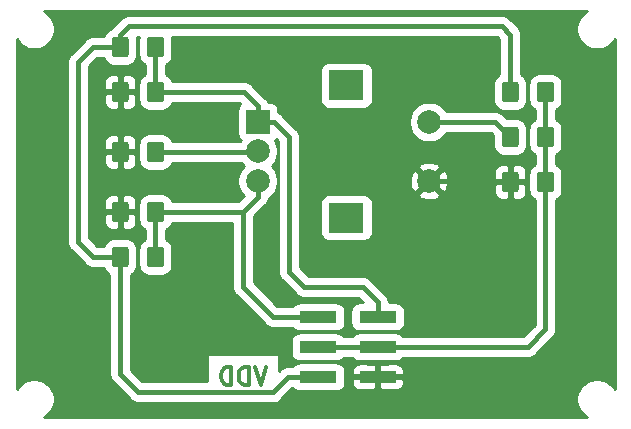
<source format=gbr>
G04 #@! TF.GenerationSoftware,KiCad,Pcbnew,(5.1.2)-2*
G04 #@! TF.CreationDate,2019-12-09T13:21:08+02:00*
G04 #@! TF.ProjectId,front_encoder,66726f6e-745f-4656-9e63-6f6465722e6b,rev?*
G04 #@! TF.SameCoordinates,Original*
G04 #@! TF.FileFunction,Copper,L2,Bot*
G04 #@! TF.FilePolarity,Positive*
%FSLAX46Y46*%
G04 Gerber Fmt 4.6, Leading zero omitted, Abs format (unit mm)*
G04 Created by KiCad (PCBNEW (5.1.2)-2) date 2019-12-09 13:21:08*
%MOMM*%
%LPD*%
G04 APERTURE LIST*
%ADD10C,0.375000*%
%ADD11C,0.100000*%
%ADD12C,1.425000*%
%ADD13R,3.150000X1.000000*%
%ADD14C,2.000000*%
%ADD15R,3.000000X2.500000*%
%ADD16R,2.000000X2.000000*%
%ADD17C,1.000000*%
%ADD18C,0.381000*%
%ADD19C,0.254000*%
G04 APERTURE END LIST*
D10*
X135096000Y-122622571D02*
X134596000Y-124122571D01*
X134096000Y-122622571D01*
X133596000Y-124122571D02*
X133596000Y-122622571D01*
X133238857Y-122622571D01*
X133024571Y-122694000D01*
X132881714Y-122836857D01*
X132810285Y-122979714D01*
X132738857Y-123265428D01*
X132738857Y-123479714D01*
X132810285Y-123765428D01*
X132881714Y-123908285D01*
X133024571Y-124051142D01*
X133238857Y-124122571D01*
X133596000Y-124122571D01*
X132096000Y-124122571D02*
X132096000Y-122622571D01*
X131738857Y-122622571D01*
X131524571Y-122694000D01*
X131381714Y-122836857D01*
X131310285Y-122979714D01*
X131238857Y-123265428D01*
X131238857Y-123479714D01*
X131310285Y-123765428D01*
X131381714Y-123908285D01*
X131524571Y-124051142D01*
X131738857Y-124122571D01*
X132096000Y-124122571D01*
D11*
G36*
X126180504Y-98440204D02*
G01*
X126204773Y-98443804D01*
X126228571Y-98449765D01*
X126251671Y-98458030D01*
X126273849Y-98468520D01*
X126294893Y-98481133D01*
X126314598Y-98495747D01*
X126332777Y-98512223D01*
X126349253Y-98530402D01*
X126363867Y-98550107D01*
X126376480Y-98571151D01*
X126386970Y-98593329D01*
X126395235Y-98616429D01*
X126401196Y-98640227D01*
X126404796Y-98664496D01*
X126406000Y-98689000D01*
X126406000Y-99939000D01*
X126404796Y-99963504D01*
X126401196Y-99987773D01*
X126395235Y-100011571D01*
X126386970Y-100034671D01*
X126376480Y-100056849D01*
X126363867Y-100077893D01*
X126349253Y-100097598D01*
X126332777Y-100115777D01*
X126314598Y-100132253D01*
X126294893Y-100146867D01*
X126273849Y-100159480D01*
X126251671Y-100169970D01*
X126228571Y-100178235D01*
X126204773Y-100184196D01*
X126180504Y-100187796D01*
X126156000Y-100189000D01*
X125231000Y-100189000D01*
X125206496Y-100187796D01*
X125182227Y-100184196D01*
X125158429Y-100178235D01*
X125135329Y-100169970D01*
X125113151Y-100159480D01*
X125092107Y-100146867D01*
X125072402Y-100132253D01*
X125054223Y-100115777D01*
X125037747Y-100097598D01*
X125023133Y-100077893D01*
X125010520Y-100056849D01*
X125000030Y-100034671D01*
X124991765Y-100011571D01*
X124985804Y-99987773D01*
X124982204Y-99963504D01*
X124981000Y-99939000D01*
X124981000Y-98689000D01*
X124982204Y-98664496D01*
X124985804Y-98640227D01*
X124991765Y-98616429D01*
X125000030Y-98593329D01*
X125010520Y-98571151D01*
X125023133Y-98550107D01*
X125037747Y-98530402D01*
X125054223Y-98512223D01*
X125072402Y-98495747D01*
X125092107Y-98481133D01*
X125113151Y-98468520D01*
X125135329Y-98458030D01*
X125158429Y-98449765D01*
X125182227Y-98443804D01*
X125206496Y-98440204D01*
X125231000Y-98439000D01*
X126156000Y-98439000D01*
X126180504Y-98440204D01*
X126180504Y-98440204D01*
G37*
D12*
X125693500Y-99314000D03*
D11*
G36*
X123205504Y-98440204D02*
G01*
X123229773Y-98443804D01*
X123253571Y-98449765D01*
X123276671Y-98458030D01*
X123298849Y-98468520D01*
X123319893Y-98481133D01*
X123339598Y-98495747D01*
X123357777Y-98512223D01*
X123374253Y-98530402D01*
X123388867Y-98550107D01*
X123401480Y-98571151D01*
X123411970Y-98593329D01*
X123420235Y-98616429D01*
X123426196Y-98640227D01*
X123429796Y-98664496D01*
X123431000Y-98689000D01*
X123431000Y-99939000D01*
X123429796Y-99963504D01*
X123426196Y-99987773D01*
X123420235Y-100011571D01*
X123411970Y-100034671D01*
X123401480Y-100056849D01*
X123388867Y-100077893D01*
X123374253Y-100097598D01*
X123357777Y-100115777D01*
X123339598Y-100132253D01*
X123319893Y-100146867D01*
X123298849Y-100159480D01*
X123276671Y-100169970D01*
X123253571Y-100178235D01*
X123229773Y-100184196D01*
X123205504Y-100187796D01*
X123181000Y-100189000D01*
X122256000Y-100189000D01*
X122231496Y-100187796D01*
X122207227Y-100184196D01*
X122183429Y-100178235D01*
X122160329Y-100169970D01*
X122138151Y-100159480D01*
X122117107Y-100146867D01*
X122097402Y-100132253D01*
X122079223Y-100115777D01*
X122062747Y-100097598D01*
X122048133Y-100077893D01*
X122035520Y-100056849D01*
X122025030Y-100034671D01*
X122016765Y-100011571D01*
X122010804Y-99987773D01*
X122007204Y-99963504D01*
X122006000Y-99939000D01*
X122006000Y-98689000D01*
X122007204Y-98664496D01*
X122010804Y-98640227D01*
X122016765Y-98616429D01*
X122025030Y-98593329D01*
X122035520Y-98571151D01*
X122048133Y-98550107D01*
X122062747Y-98530402D01*
X122079223Y-98512223D01*
X122097402Y-98495747D01*
X122117107Y-98481133D01*
X122138151Y-98468520D01*
X122160329Y-98458030D01*
X122183429Y-98449765D01*
X122207227Y-98443804D01*
X122231496Y-98440204D01*
X122256000Y-98439000D01*
X123181000Y-98439000D01*
X123205504Y-98440204D01*
X123205504Y-98440204D01*
G37*
D12*
X122718500Y-99314000D03*
D11*
G36*
X123205504Y-108600204D02*
G01*
X123229773Y-108603804D01*
X123253571Y-108609765D01*
X123276671Y-108618030D01*
X123298849Y-108628520D01*
X123319893Y-108641133D01*
X123339598Y-108655747D01*
X123357777Y-108672223D01*
X123374253Y-108690402D01*
X123388867Y-108710107D01*
X123401480Y-108731151D01*
X123411970Y-108753329D01*
X123420235Y-108776429D01*
X123426196Y-108800227D01*
X123429796Y-108824496D01*
X123431000Y-108849000D01*
X123431000Y-110099000D01*
X123429796Y-110123504D01*
X123426196Y-110147773D01*
X123420235Y-110171571D01*
X123411970Y-110194671D01*
X123401480Y-110216849D01*
X123388867Y-110237893D01*
X123374253Y-110257598D01*
X123357777Y-110275777D01*
X123339598Y-110292253D01*
X123319893Y-110306867D01*
X123298849Y-110319480D01*
X123276671Y-110329970D01*
X123253571Y-110338235D01*
X123229773Y-110344196D01*
X123205504Y-110347796D01*
X123181000Y-110349000D01*
X122256000Y-110349000D01*
X122231496Y-110347796D01*
X122207227Y-110344196D01*
X122183429Y-110338235D01*
X122160329Y-110329970D01*
X122138151Y-110319480D01*
X122117107Y-110306867D01*
X122097402Y-110292253D01*
X122079223Y-110275777D01*
X122062747Y-110257598D01*
X122048133Y-110237893D01*
X122035520Y-110216849D01*
X122025030Y-110194671D01*
X122016765Y-110171571D01*
X122010804Y-110147773D01*
X122007204Y-110123504D01*
X122006000Y-110099000D01*
X122006000Y-108849000D01*
X122007204Y-108824496D01*
X122010804Y-108800227D01*
X122016765Y-108776429D01*
X122025030Y-108753329D01*
X122035520Y-108731151D01*
X122048133Y-108710107D01*
X122062747Y-108690402D01*
X122079223Y-108672223D01*
X122097402Y-108655747D01*
X122117107Y-108641133D01*
X122138151Y-108628520D01*
X122160329Y-108618030D01*
X122183429Y-108609765D01*
X122207227Y-108603804D01*
X122231496Y-108600204D01*
X122256000Y-108599000D01*
X123181000Y-108599000D01*
X123205504Y-108600204D01*
X123205504Y-108600204D01*
G37*
D12*
X122718500Y-109474000D03*
D11*
G36*
X126180504Y-108600204D02*
G01*
X126204773Y-108603804D01*
X126228571Y-108609765D01*
X126251671Y-108618030D01*
X126273849Y-108628520D01*
X126294893Y-108641133D01*
X126314598Y-108655747D01*
X126332777Y-108672223D01*
X126349253Y-108690402D01*
X126363867Y-108710107D01*
X126376480Y-108731151D01*
X126386970Y-108753329D01*
X126395235Y-108776429D01*
X126401196Y-108800227D01*
X126404796Y-108824496D01*
X126406000Y-108849000D01*
X126406000Y-110099000D01*
X126404796Y-110123504D01*
X126401196Y-110147773D01*
X126395235Y-110171571D01*
X126386970Y-110194671D01*
X126376480Y-110216849D01*
X126363867Y-110237893D01*
X126349253Y-110257598D01*
X126332777Y-110275777D01*
X126314598Y-110292253D01*
X126294893Y-110306867D01*
X126273849Y-110319480D01*
X126251671Y-110329970D01*
X126228571Y-110338235D01*
X126204773Y-110344196D01*
X126180504Y-110347796D01*
X126156000Y-110349000D01*
X125231000Y-110349000D01*
X125206496Y-110347796D01*
X125182227Y-110344196D01*
X125158429Y-110338235D01*
X125135329Y-110329970D01*
X125113151Y-110319480D01*
X125092107Y-110306867D01*
X125072402Y-110292253D01*
X125054223Y-110275777D01*
X125037747Y-110257598D01*
X125023133Y-110237893D01*
X125010520Y-110216849D01*
X125000030Y-110194671D01*
X124991765Y-110171571D01*
X124985804Y-110147773D01*
X124982204Y-110123504D01*
X124981000Y-110099000D01*
X124981000Y-108849000D01*
X124982204Y-108824496D01*
X124985804Y-108800227D01*
X124991765Y-108776429D01*
X125000030Y-108753329D01*
X125010520Y-108731151D01*
X125023133Y-108710107D01*
X125037747Y-108690402D01*
X125054223Y-108672223D01*
X125072402Y-108655747D01*
X125092107Y-108641133D01*
X125113151Y-108628520D01*
X125135329Y-108618030D01*
X125158429Y-108609765D01*
X125182227Y-108603804D01*
X125206496Y-108600204D01*
X125231000Y-108599000D01*
X126156000Y-108599000D01*
X126180504Y-108600204D01*
X126180504Y-108600204D01*
G37*
D12*
X125693500Y-109474000D03*
D11*
G36*
X156225504Y-106060204D02*
G01*
X156249773Y-106063804D01*
X156273571Y-106069765D01*
X156296671Y-106078030D01*
X156318849Y-106088520D01*
X156339893Y-106101133D01*
X156359598Y-106115747D01*
X156377777Y-106132223D01*
X156394253Y-106150402D01*
X156408867Y-106170107D01*
X156421480Y-106191151D01*
X156431970Y-106213329D01*
X156440235Y-106236429D01*
X156446196Y-106260227D01*
X156449796Y-106284496D01*
X156451000Y-106309000D01*
X156451000Y-107559000D01*
X156449796Y-107583504D01*
X156446196Y-107607773D01*
X156440235Y-107631571D01*
X156431970Y-107654671D01*
X156421480Y-107676849D01*
X156408867Y-107697893D01*
X156394253Y-107717598D01*
X156377777Y-107735777D01*
X156359598Y-107752253D01*
X156339893Y-107766867D01*
X156318849Y-107779480D01*
X156296671Y-107789970D01*
X156273571Y-107798235D01*
X156249773Y-107804196D01*
X156225504Y-107807796D01*
X156201000Y-107809000D01*
X155276000Y-107809000D01*
X155251496Y-107807796D01*
X155227227Y-107804196D01*
X155203429Y-107798235D01*
X155180329Y-107789970D01*
X155158151Y-107779480D01*
X155137107Y-107766867D01*
X155117402Y-107752253D01*
X155099223Y-107735777D01*
X155082747Y-107717598D01*
X155068133Y-107697893D01*
X155055520Y-107676849D01*
X155045030Y-107654671D01*
X155036765Y-107631571D01*
X155030804Y-107607773D01*
X155027204Y-107583504D01*
X155026000Y-107559000D01*
X155026000Y-106309000D01*
X155027204Y-106284496D01*
X155030804Y-106260227D01*
X155036765Y-106236429D01*
X155045030Y-106213329D01*
X155055520Y-106191151D01*
X155068133Y-106170107D01*
X155082747Y-106150402D01*
X155099223Y-106132223D01*
X155117402Y-106115747D01*
X155137107Y-106101133D01*
X155158151Y-106088520D01*
X155180329Y-106078030D01*
X155203429Y-106069765D01*
X155227227Y-106063804D01*
X155251496Y-106060204D01*
X155276000Y-106059000D01*
X156201000Y-106059000D01*
X156225504Y-106060204D01*
X156225504Y-106060204D01*
G37*
D12*
X155738500Y-106934000D03*
D11*
G36*
X159200504Y-106060204D02*
G01*
X159224773Y-106063804D01*
X159248571Y-106069765D01*
X159271671Y-106078030D01*
X159293849Y-106088520D01*
X159314893Y-106101133D01*
X159334598Y-106115747D01*
X159352777Y-106132223D01*
X159369253Y-106150402D01*
X159383867Y-106170107D01*
X159396480Y-106191151D01*
X159406970Y-106213329D01*
X159415235Y-106236429D01*
X159421196Y-106260227D01*
X159424796Y-106284496D01*
X159426000Y-106309000D01*
X159426000Y-107559000D01*
X159424796Y-107583504D01*
X159421196Y-107607773D01*
X159415235Y-107631571D01*
X159406970Y-107654671D01*
X159396480Y-107676849D01*
X159383867Y-107697893D01*
X159369253Y-107717598D01*
X159352777Y-107735777D01*
X159334598Y-107752253D01*
X159314893Y-107766867D01*
X159293849Y-107779480D01*
X159271671Y-107789970D01*
X159248571Y-107798235D01*
X159224773Y-107804196D01*
X159200504Y-107807796D01*
X159176000Y-107809000D01*
X158251000Y-107809000D01*
X158226496Y-107807796D01*
X158202227Y-107804196D01*
X158178429Y-107798235D01*
X158155329Y-107789970D01*
X158133151Y-107779480D01*
X158112107Y-107766867D01*
X158092402Y-107752253D01*
X158074223Y-107735777D01*
X158057747Y-107717598D01*
X158043133Y-107697893D01*
X158030520Y-107676849D01*
X158020030Y-107654671D01*
X158011765Y-107631571D01*
X158005804Y-107607773D01*
X158002204Y-107583504D01*
X158001000Y-107559000D01*
X158001000Y-106309000D01*
X158002204Y-106284496D01*
X158005804Y-106260227D01*
X158011765Y-106236429D01*
X158020030Y-106213329D01*
X158030520Y-106191151D01*
X158043133Y-106170107D01*
X158057747Y-106150402D01*
X158074223Y-106132223D01*
X158092402Y-106115747D01*
X158112107Y-106101133D01*
X158133151Y-106088520D01*
X158155329Y-106078030D01*
X158178429Y-106069765D01*
X158202227Y-106063804D01*
X158226496Y-106060204D01*
X158251000Y-106059000D01*
X159176000Y-106059000D01*
X159200504Y-106060204D01*
X159200504Y-106060204D01*
G37*
D12*
X158713500Y-106934000D03*
D13*
X139461000Y-123444000D03*
X144511000Y-123444000D03*
X139461000Y-120904000D03*
X144511000Y-120904000D03*
X139461000Y-118364000D03*
X144511000Y-118364000D03*
D11*
G36*
X126180504Y-103520204D02*
G01*
X126204773Y-103523804D01*
X126228571Y-103529765D01*
X126251671Y-103538030D01*
X126273849Y-103548520D01*
X126294893Y-103561133D01*
X126314598Y-103575747D01*
X126332777Y-103592223D01*
X126349253Y-103610402D01*
X126363867Y-103630107D01*
X126376480Y-103651151D01*
X126386970Y-103673329D01*
X126395235Y-103696429D01*
X126401196Y-103720227D01*
X126404796Y-103744496D01*
X126406000Y-103769000D01*
X126406000Y-105019000D01*
X126404796Y-105043504D01*
X126401196Y-105067773D01*
X126395235Y-105091571D01*
X126386970Y-105114671D01*
X126376480Y-105136849D01*
X126363867Y-105157893D01*
X126349253Y-105177598D01*
X126332777Y-105195777D01*
X126314598Y-105212253D01*
X126294893Y-105226867D01*
X126273849Y-105239480D01*
X126251671Y-105249970D01*
X126228571Y-105258235D01*
X126204773Y-105264196D01*
X126180504Y-105267796D01*
X126156000Y-105269000D01*
X125231000Y-105269000D01*
X125206496Y-105267796D01*
X125182227Y-105264196D01*
X125158429Y-105258235D01*
X125135329Y-105249970D01*
X125113151Y-105239480D01*
X125092107Y-105226867D01*
X125072402Y-105212253D01*
X125054223Y-105195777D01*
X125037747Y-105177598D01*
X125023133Y-105157893D01*
X125010520Y-105136849D01*
X125000030Y-105114671D01*
X124991765Y-105091571D01*
X124985804Y-105067773D01*
X124982204Y-105043504D01*
X124981000Y-105019000D01*
X124981000Y-103769000D01*
X124982204Y-103744496D01*
X124985804Y-103720227D01*
X124991765Y-103696429D01*
X125000030Y-103673329D01*
X125010520Y-103651151D01*
X125023133Y-103630107D01*
X125037747Y-103610402D01*
X125054223Y-103592223D01*
X125072402Y-103575747D01*
X125092107Y-103561133D01*
X125113151Y-103548520D01*
X125135329Y-103538030D01*
X125158429Y-103529765D01*
X125182227Y-103523804D01*
X125206496Y-103520204D01*
X125231000Y-103519000D01*
X126156000Y-103519000D01*
X126180504Y-103520204D01*
X126180504Y-103520204D01*
G37*
D12*
X125693500Y-104394000D03*
D11*
G36*
X123205504Y-103520204D02*
G01*
X123229773Y-103523804D01*
X123253571Y-103529765D01*
X123276671Y-103538030D01*
X123298849Y-103548520D01*
X123319893Y-103561133D01*
X123339598Y-103575747D01*
X123357777Y-103592223D01*
X123374253Y-103610402D01*
X123388867Y-103630107D01*
X123401480Y-103651151D01*
X123411970Y-103673329D01*
X123420235Y-103696429D01*
X123426196Y-103720227D01*
X123429796Y-103744496D01*
X123431000Y-103769000D01*
X123431000Y-105019000D01*
X123429796Y-105043504D01*
X123426196Y-105067773D01*
X123420235Y-105091571D01*
X123411970Y-105114671D01*
X123401480Y-105136849D01*
X123388867Y-105157893D01*
X123374253Y-105177598D01*
X123357777Y-105195777D01*
X123339598Y-105212253D01*
X123319893Y-105226867D01*
X123298849Y-105239480D01*
X123276671Y-105249970D01*
X123253571Y-105258235D01*
X123229773Y-105264196D01*
X123205504Y-105267796D01*
X123181000Y-105269000D01*
X122256000Y-105269000D01*
X122231496Y-105267796D01*
X122207227Y-105264196D01*
X122183429Y-105258235D01*
X122160329Y-105249970D01*
X122138151Y-105239480D01*
X122117107Y-105226867D01*
X122097402Y-105212253D01*
X122079223Y-105195777D01*
X122062747Y-105177598D01*
X122048133Y-105157893D01*
X122035520Y-105136849D01*
X122025030Y-105114671D01*
X122016765Y-105091571D01*
X122010804Y-105067773D01*
X122007204Y-105043504D01*
X122006000Y-105019000D01*
X122006000Y-103769000D01*
X122007204Y-103744496D01*
X122010804Y-103720227D01*
X122016765Y-103696429D01*
X122025030Y-103673329D01*
X122035520Y-103651151D01*
X122048133Y-103630107D01*
X122062747Y-103610402D01*
X122079223Y-103592223D01*
X122097402Y-103575747D01*
X122117107Y-103561133D01*
X122138151Y-103548520D01*
X122160329Y-103538030D01*
X122183429Y-103529765D01*
X122207227Y-103523804D01*
X122231496Y-103520204D01*
X122256000Y-103519000D01*
X123181000Y-103519000D01*
X123205504Y-103520204D01*
X123205504Y-103520204D01*
G37*
D12*
X122718500Y-104394000D03*
D11*
G36*
X123205504Y-94630204D02*
G01*
X123229773Y-94633804D01*
X123253571Y-94639765D01*
X123276671Y-94648030D01*
X123298849Y-94658520D01*
X123319893Y-94671133D01*
X123339598Y-94685747D01*
X123357777Y-94702223D01*
X123374253Y-94720402D01*
X123388867Y-94740107D01*
X123401480Y-94761151D01*
X123411970Y-94783329D01*
X123420235Y-94806429D01*
X123426196Y-94830227D01*
X123429796Y-94854496D01*
X123431000Y-94879000D01*
X123431000Y-96129000D01*
X123429796Y-96153504D01*
X123426196Y-96177773D01*
X123420235Y-96201571D01*
X123411970Y-96224671D01*
X123401480Y-96246849D01*
X123388867Y-96267893D01*
X123374253Y-96287598D01*
X123357777Y-96305777D01*
X123339598Y-96322253D01*
X123319893Y-96336867D01*
X123298849Y-96349480D01*
X123276671Y-96359970D01*
X123253571Y-96368235D01*
X123229773Y-96374196D01*
X123205504Y-96377796D01*
X123181000Y-96379000D01*
X122256000Y-96379000D01*
X122231496Y-96377796D01*
X122207227Y-96374196D01*
X122183429Y-96368235D01*
X122160329Y-96359970D01*
X122138151Y-96349480D01*
X122117107Y-96336867D01*
X122097402Y-96322253D01*
X122079223Y-96305777D01*
X122062747Y-96287598D01*
X122048133Y-96267893D01*
X122035520Y-96246849D01*
X122025030Y-96224671D01*
X122016765Y-96201571D01*
X122010804Y-96177773D01*
X122007204Y-96153504D01*
X122006000Y-96129000D01*
X122006000Y-94879000D01*
X122007204Y-94854496D01*
X122010804Y-94830227D01*
X122016765Y-94806429D01*
X122025030Y-94783329D01*
X122035520Y-94761151D01*
X122048133Y-94740107D01*
X122062747Y-94720402D01*
X122079223Y-94702223D01*
X122097402Y-94685747D01*
X122117107Y-94671133D01*
X122138151Y-94658520D01*
X122160329Y-94648030D01*
X122183429Y-94639765D01*
X122207227Y-94633804D01*
X122231496Y-94630204D01*
X122256000Y-94629000D01*
X123181000Y-94629000D01*
X123205504Y-94630204D01*
X123205504Y-94630204D01*
G37*
D12*
X122718500Y-95504000D03*
D11*
G36*
X126180504Y-94630204D02*
G01*
X126204773Y-94633804D01*
X126228571Y-94639765D01*
X126251671Y-94648030D01*
X126273849Y-94658520D01*
X126294893Y-94671133D01*
X126314598Y-94685747D01*
X126332777Y-94702223D01*
X126349253Y-94720402D01*
X126363867Y-94740107D01*
X126376480Y-94761151D01*
X126386970Y-94783329D01*
X126395235Y-94806429D01*
X126401196Y-94830227D01*
X126404796Y-94854496D01*
X126406000Y-94879000D01*
X126406000Y-96129000D01*
X126404796Y-96153504D01*
X126401196Y-96177773D01*
X126395235Y-96201571D01*
X126386970Y-96224671D01*
X126376480Y-96246849D01*
X126363867Y-96267893D01*
X126349253Y-96287598D01*
X126332777Y-96305777D01*
X126314598Y-96322253D01*
X126294893Y-96336867D01*
X126273849Y-96349480D01*
X126251671Y-96359970D01*
X126228571Y-96368235D01*
X126204773Y-96374196D01*
X126180504Y-96377796D01*
X126156000Y-96379000D01*
X125231000Y-96379000D01*
X125206496Y-96377796D01*
X125182227Y-96374196D01*
X125158429Y-96368235D01*
X125135329Y-96359970D01*
X125113151Y-96349480D01*
X125092107Y-96336867D01*
X125072402Y-96322253D01*
X125054223Y-96305777D01*
X125037747Y-96287598D01*
X125023133Y-96267893D01*
X125010520Y-96246849D01*
X125000030Y-96224671D01*
X124991765Y-96201571D01*
X124985804Y-96177773D01*
X124982204Y-96153504D01*
X124981000Y-96129000D01*
X124981000Y-94879000D01*
X124982204Y-94854496D01*
X124985804Y-94830227D01*
X124991765Y-94806429D01*
X125000030Y-94783329D01*
X125010520Y-94761151D01*
X125023133Y-94740107D01*
X125037747Y-94720402D01*
X125054223Y-94702223D01*
X125072402Y-94685747D01*
X125092107Y-94671133D01*
X125113151Y-94658520D01*
X125135329Y-94648030D01*
X125158429Y-94639765D01*
X125182227Y-94633804D01*
X125206496Y-94630204D01*
X125231000Y-94629000D01*
X126156000Y-94629000D01*
X126180504Y-94630204D01*
X126180504Y-94630204D01*
G37*
D12*
X125693500Y-95504000D03*
D11*
G36*
X159200504Y-102250204D02*
G01*
X159224773Y-102253804D01*
X159248571Y-102259765D01*
X159271671Y-102268030D01*
X159293849Y-102278520D01*
X159314893Y-102291133D01*
X159334598Y-102305747D01*
X159352777Y-102322223D01*
X159369253Y-102340402D01*
X159383867Y-102360107D01*
X159396480Y-102381151D01*
X159406970Y-102403329D01*
X159415235Y-102426429D01*
X159421196Y-102450227D01*
X159424796Y-102474496D01*
X159426000Y-102499000D01*
X159426000Y-103749000D01*
X159424796Y-103773504D01*
X159421196Y-103797773D01*
X159415235Y-103821571D01*
X159406970Y-103844671D01*
X159396480Y-103866849D01*
X159383867Y-103887893D01*
X159369253Y-103907598D01*
X159352777Y-103925777D01*
X159334598Y-103942253D01*
X159314893Y-103956867D01*
X159293849Y-103969480D01*
X159271671Y-103979970D01*
X159248571Y-103988235D01*
X159224773Y-103994196D01*
X159200504Y-103997796D01*
X159176000Y-103999000D01*
X158251000Y-103999000D01*
X158226496Y-103997796D01*
X158202227Y-103994196D01*
X158178429Y-103988235D01*
X158155329Y-103979970D01*
X158133151Y-103969480D01*
X158112107Y-103956867D01*
X158092402Y-103942253D01*
X158074223Y-103925777D01*
X158057747Y-103907598D01*
X158043133Y-103887893D01*
X158030520Y-103866849D01*
X158020030Y-103844671D01*
X158011765Y-103821571D01*
X158005804Y-103797773D01*
X158002204Y-103773504D01*
X158001000Y-103749000D01*
X158001000Y-102499000D01*
X158002204Y-102474496D01*
X158005804Y-102450227D01*
X158011765Y-102426429D01*
X158020030Y-102403329D01*
X158030520Y-102381151D01*
X158043133Y-102360107D01*
X158057747Y-102340402D01*
X158074223Y-102322223D01*
X158092402Y-102305747D01*
X158112107Y-102291133D01*
X158133151Y-102278520D01*
X158155329Y-102268030D01*
X158178429Y-102259765D01*
X158202227Y-102253804D01*
X158226496Y-102250204D01*
X158251000Y-102249000D01*
X159176000Y-102249000D01*
X159200504Y-102250204D01*
X159200504Y-102250204D01*
G37*
D12*
X158713500Y-103124000D03*
D11*
G36*
X156225504Y-102250204D02*
G01*
X156249773Y-102253804D01*
X156273571Y-102259765D01*
X156296671Y-102268030D01*
X156318849Y-102278520D01*
X156339893Y-102291133D01*
X156359598Y-102305747D01*
X156377777Y-102322223D01*
X156394253Y-102340402D01*
X156408867Y-102360107D01*
X156421480Y-102381151D01*
X156431970Y-102403329D01*
X156440235Y-102426429D01*
X156446196Y-102450227D01*
X156449796Y-102474496D01*
X156451000Y-102499000D01*
X156451000Y-103749000D01*
X156449796Y-103773504D01*
X156446196Y-103797773D01*
X156440235Y-103821571D01*
X156431970Y-103844671D01*
X156421480Y-103866849D01*
X156408867Y-103887893D01*
X156394253Y-103907598D01*
X156377777Y-103925777D01*
X156359598Y-103942253D01*
X156339893Y-103956867D01*
X156318849Y-103969480D01*
X156296671Y-103979970D01*
X156273571Y-103988235D01*
X156249773Y-103994196D01*
X156225504Y-103997796D01*
X156201000Y-103999000D01*
X155276000Y-103999000D01*
X155251496Y-103997796D01*
X155227227Y-103994196D01*
X155203429Y-103988235D01*
X155180329Y-103979970D01*
X155158151Y-103969480D01*
X155137107Y-103956867D01*
X155117402Y-103942253D01*
X155099223Y-103925777D01*
X155082747Y-103907598D01*
X155068133Y-103887893D01*
X155055520Y-103866849D01*
X155045030Y-103844671D01*
X155036765Y-103821571D01*
X155030804Y-103797773D01*
X155027204Y-103773504D01*
X155026000Y-103749000D01*
X155026000Y-102499000D01*
X155027204Y-102474496D01*
X155030804Y-102450227D01*
X155036765Y-102426429D01*
X155045030Y-102403329D01*
X155055520Y-102381151D01*
X155068133Y-102360107D01*
X155082747Y-102340402D01*
X155099223Y-102322223D01*
X155117402Y-102305747D01*
X155137107Y-102291133D01*
X155158151Y-102278520D01*
X155180329Y-102268030D01*
X155203429Y-102259765D01*
X155227227Y-102253804D01*
X155251496Y-102250204D01*
X155276000Y-102249000D01*
X156201000Y-102249000D01*
X156225504Y-102250204D01*
X156225504Y-102250204D01*
G37*
D12*
X155738500Y-103124000D03*
D11*
G36*
X126180504Y-112410204D02*
G01*
X126204773Y-112413804D01*
X126228571Y-112419765D01*
X126251671Y-112428030D01*
X126273849Y-112438520D01*
X126294893Y-112451133D01*
X126314598Y-112465747D01*
X126332777Y-112482223D01*
X126349253Y-112500402D01*
X126363867Y-112520107D01*
X126376480Y-112541151D01*
X126386970Y-112563329D01*
X126395235Y-112586429D01*
X126401196Y-112610227D01*
X126404796Y-112634496D01*
X126406000Y-112659000D01*
X126406000Y-113909000D01*
X126404796Y-113933504D01*
X126401196Y-113957773D01*
X126395235Y-113981571D01*
X126386970Y-114004671D01*
X126376480Y-114026849D01*
X126363867Y-114047893D01*
X126349253Y-114067598D01*
X126332777Y-114085777D01*
X126314598Y-114102253D01*
X126294893Y-114116867D01*
X126273849Y-114129480D01*
X126251671Y-114139970D01*
X126228571Y-114148235D01*
X126204773Y-114154196D01*
X126180504Y-114157796D01*
X126156000Y-114159000D01*
X125231000Y-114159000D01*
X125206496Y-114157796D01*
X125182227Y-114154196D01*
X125158429Y-114148235D01*
X125135329Y-114139970D01*
X125113151Y-114129480D01*
X125092107Y-114116867D01*
X125072402Y-114102253D01*
X125054223Y-114085777D01*
X125037747Y-114067598D01*
X125023133Y-114047893D01*
X125010520Y-114026849D01*
X125000030Y-114004671D01*
X124991765Y-113981571D01*
X124985804Y-113957773D01*
X124982204Y-113933504D01*
X124981000Y-113909000D01*
X124981000Y-112659000D01*
X124982204Y-112634496D01*
X124985804Y-112610227D01*
X124991765Y-112586429D01*
X125000030Y-112563329D01*
X125010520Y-112541151D01*
X125023133Y-112520107D01*
X125037747Y-112500402D01*
X125054223Y-112482223D01*
X125072402Y-112465747D01*
X125092107Y-112451133D01*
X125113151Y-112438520D01*
X125135329Y-112428030D01*
X125158429Y-112419765D01*
X125182227Y-112413804D01*
X125206496Y-112410204D01*
X125231000Y-112409000D01*
X126156000Y-112409000D01*
X126180504Y-112410204D01*
X126180504Y-112410204D01*
G37*
D12*
X125693500Y-113284000D03*
D11*
G36*
X123205504Y-112410204D02*
G01*
X123229773Y-112413804D01*
X123253571Y-112419765D01*
X123276671Y-112428030D01*
X123298849Y-112438520D01*
X123319893Y-112451133D01*
X123339598Y-112465747D01*
X123357777Y-112482223D01*
X123374253Y-112500402D01*
X123388867Y-112520107D01*
X123401480Y-112541151D01*
X123411970Y-112563329D01*
X123420235Y-112586429D01*
X123426196Y-112610227D01*
X123429796Y-112634496D01*
X123431000Y-112659000D01*
X123431000Y-113909000D01*
X123429796Y-113933504D01*
X123426196Y-113957773D01*
X123420235Y-113981571D01*
X123411970Y-114004671D01*
X123401480Y-114026849D01*
X123388867Y-114047893D01*
X123374253Y-114067598D01*
X123357777Y-114085777D01*
X123339598Y-114102253D01*
X123319893Y-114116867D01*
X123298849Y-114129480D01*
X123276671Y-114139970D01*
X123253571Y-114148235D01*
X123229773Y-114154196D01*
X123205504Y-114157796D01*
X123181000Y-114159000D01*
X122256000Y-114159000D01*
X122231496Y-114157796D01*
X122207227Y-114154196D01*
X122183429Y-114148235D01*
X122160329Y-114139970D01*
X122138151Y-114129480D01*
X122117107Y-114116867D01*
X122097402Y-114102253D01*
X122079223Y-114085777D01*
X122062747Y-114067598D01*
X122048133Y-114047893D01*
X122035520Y-114026849D01*
X122025030Y-114004671D01*
X122016765Y-113981571D01*
X122010804Y-113957773D01*
X122007204Y-113933504D01*
X122006000Y-113909000D01*
X122006000Y-112659000D01*
X122007204Y-112634496D01*
X122010804Y-112610227D01*
X122016765Y-112586429D01*
X122025030Y-112563329D01*
X122035520Y-112541151D01*
X122048133Y-112520107D01*
X122062747Y-112500402D01*
X122079223Y-112482223D01*
X122097402Y-112465747D01*
X122117107Y-112451133D01*
X122138151Y-112438520D01*
X122160329Y-112428030D01*
X122183429Y-112419765D01*
X122207227Y-112413804D01*
X122231496Y-112410204D01*
X122256000Y-112409000D01*
X123181000Y-112409000D01*
X123205504Y-112410204D01*
X123205504Y-112410204D01*
G37*
D12*
X122718500Y-113284000D03*
D11*
G36*
X156225504Y-98440204D02*
G01*
X156249773Y-98443804D01*
X156273571Y-98449765D01*
X156296671Y-98458030D01*
X156318849Y-98468520D01*
X156339893Y-98481133D01*
X156359598Y-98495747D01*
X156377777Y-98512223D01*
X156394253Y-98530402D01*
X156408867Y-98550107D01*
X156421480Y-98571151D01*
X156431970Y-98593329D01*
X156440235Y-98616429D01*
X156446196Y-98640227D01*
X156449796Y-98664496D01*
X156451000Y-98689000D01*
X156451000Y-99939000D01*
X156449796Y-99963504D01*
X156446196Y-99987773D01*
X156440235Y-100011571D01*
X156431970Y-100034671D01*
X156421480Y-100056849D01*
X156408867Y-100077893D01*
X156394253Y-100097598D01*
X156377777Y-100115777D01*
X156359598Y-100132253D01*
X156339893Y-100146867D01*
X156318849Y-100159480D01*
X156296671Y-100169970D01*
X156273571Y-100178235D01*
X156249773Y-100184196D01*
X156225504Y-100187796D01*
X156201000Y-100189000D01*
X155276000Y-100189000D01*
X155251496Y-100187796D01*
X155227227Y-100184196D01*
X155203429Y-100178235D01*
X155180329Y-100169970D01*
X155158151Y-100159480D01*
X155137107Y-100146867D01*
X155117402Y-100132253D01*
X155099223Y-100115777D01*
X155082747Y-100097598D01*
X155068133Y-100077893D01*
X155055520Y-100056849D01*
X155045030Y-100034671D01*
X155036765Y-100011571D01*
X155030804Y-99987773D01*
X155027204Y-99963504D01*
X155026000Y-99939000D01*
X155026000Y-98689000D01*
X155027204Y-98664496D01*
X155030804Y-98640227D01*
X155036765Y-98616429D01*
X155045030Y-98593329D01*
X155055520Y-98571151D01*
X155068133Y-98550107D01*
X155082747Y-98530402D01*
X155099223Y-98512223D01*
X155117402Y-98495747D01*
X155137107Y-98481133D01*
X155158151Y-98468520D01*
X155180329Y-98458030D01*
X155203429Y-98449765D01*
X155227227Y-98443804D01*
X155251496Y-98440204D01*
X155276000Y-98439000D01*
X156201000Y-98439000D01*
X156225504Y-98440204D01*
X156225504Y-98440204D01*
G37*
D12*
X155738500Y-99314000D03*
D11*
G36*
X159200504Y-98440204D02*
G01*
X159224773Y-98443804D01*
X159248571Y-98449765D01*
X159271671Y-98458030D01*
X159293849Y-98468520D01*
X159314893Y-98481133D01*
X159334598Y-98495747D01*
X159352777Y-98512223D01*
X159369253Y-98530402D01*
X159383867Y-98550107D01*
X159396480Y-98571151D01*
X159406970Y-98593329D01*
X159415235Y-98616429D01*
X159421196Y-98640227D01*
X159424796Y-98664496D01*
X159426000Y-98689000D01*
X159426000Y-99939000D01*
X159424796Y-99963504D01*
X159421196Y-99987773D01*
X159415235Y-100011571D01*
X159406970Y-100034671D01*
X159396480Y-100056849D01*
X159383867Y-100077893D01*
X159369253Y-100097598D01*
X159352777Y-100115777D01*
X159334598Y-100132253D01*
X159314893Y-100146867D01*
X159293849Y-100159480D01*
X159271671Y-100169970D01*
X159248571Y-100178235D01*
X159224773Y-100184196D01*
X159200504Y-100187796D01*
X159176000Y-100189000D01*
X158251000Y-100189000D01*
X158226496Y-100187796D01*
X158202227Y-100184196D01*
X158178429Y-100178235D01*
X158155329Y-100169970D01*
X158133151Y-100159480D01*
X158112107Y-100146867D01*
X158092402Y-100132253D01*
X158074223Y-100115777D01*
X158057747Y-100097598D01*
X158043133Y-100077893D01*
X158030520Y-100056849D01*
X158020030Y-100034671D01*
X158011765Y-100011571D01*
X158005804Y-99987773D01*
X158002204Y-99963504D01*
X158001000Y-99939000D01*
X158001000Y-98689000D01*
X158002204Y-98664496D01*
X158005804Y-98640227D01*
X158011765Y-98616429D01*
X158020030Y-98593329D01*
X158030520Y-98571151D01*
X158043133Y-98550107D01*
X158057747Y-98530402D01*
X158074223Y-98512223D01*
X158092402Y-98495747D01*
X158112107Y-98481133D01*
X158133151Y-98468520D01*
X158155329Y-98458030D01*
X158178429Y-98449765D01*
X158202227Y-98443804D01*
X158226496Y-98440204D01*
X158251000Y-98439000D01*
X159176000Y-98439000D01*
X159200504Y-98440204D01*
X159200504Y-98440204D01*
G37*
D12*
X158713500Y-99314000D03*
D14*
X148866000Y-106854000D03*
X148866000Y-101854000D03*
D15*
X141866000Y-109954000D03*
X141866000Y-98754000D03*
D14*
X134366000Y-106854000D03*
X134366000Y-104354000D03*
D16*
X134366000Y-101854000D03*
D17*
X125857000Y-117221000D03*
X127857000Y-117221000D03*
X129857000Y-117221000D03*
X125857000Y-119221000D03*
X127857000Y-119221000D03*
X129857000Y-119221000D03*
X125857000Y-121221000D03*
X127857000Y-121221000D03*
X129857000Y-121221000D03*
X120904000Y-106807000D03*
X150876000Y-123444000D03*
X150622000Y-112268000D03*
X152622000Y-112268000D03*
X154622000Y-112268000D03*
X150622000Y-114268000D03*
X152622000Y-114268000D03*
X154622000Y-114268000D03*
X150622000Y-116268000D03*
X152622000Y-116268000D03*
X154622000Y-116268000D03*
X152876000Y-123444000D03*
X150876000Y-125444000D03*
X152876000Y-125444000D03*
X122904000Y-106807000D03*
X124904000Y-106807000D03*
X120904000Y-101854000D03*
X122904000Y-101854000D03*
X124904000Y-101854000D03*
X135255000Y-112014000D03*
X135255000Y-114681000D03*
D18*
X125693500Y-95504000D02*
X125693500Y-99314000D01*
X134366000Y-100473000D02*
X134366000Y-101854000D01*
X133207000Y-99314000D02*
X134366000Y-100473000D01*
X125693500Y-99314000D02*
X133207000Y-99314000D01*
X144511000Y-117094000D02*
X144511000Y-118364000D01*
X135747000Y-101854000D02*
X137017000Y-103124000D01*
X137017000Y-103124000D02*
X137017000Y-114554000D01*
X137017000Y-114554000D02*
X138287000Y-115824000D01*
X134366000Y-101854000D02*
X135747000Y-101854000D01*
X138287000Y-115824000D02*
X143241000Y-115824000D01*
X143241000Y-115824000D02*
X144511000Y-117094000D01*
X155658500Y-106854000D02*
X155738500Y-106934000D01*
X148866000Y-106854000D02*
X155658500Y-106854000D01*
X122718500Y-99314000D02*
X122718500Y-104394000D01*
X122718500Y-104394000D02*
X122718500Y-109474000D01*
X150876000Y-123444000D02*
X144511000Y-123444000D01*
X122718500Y-104394000D02*
X120396000Y-104394000D01*
X134366000Y-108204000D02*
X134366000Y-106854000D01*
X125693500Y-109474000D02*
X133096000Y-109474000D01*
X133096000Y-109474000D02*
X134366000Y-108204000D01*
X125693500Y-109474000D02*
X125693500Y-113284000D01*
X135636000Y-118364000D02*
X139461000Y-118364000D01*
X133096000Y-109474000D02*
X133096000Y-115824000D01*
X133096000Y-115824000D02*
X135636000Y-118364000D01*
X138386000Y-123444000D02*
X139461000Y-123444000D01*
X158713500Y-99314000D02*
X158713500Y-103124000D01*
X158713500Y-103124000D02*
X158713500Y-106934000D01*
X158713500Y-119416500D02*
X158713500Y-106934000D01*
X157226000Y-120904000D02*
X158713500Y-119416500D01*
X157226000Y-120904000D02*
X139461000Y-120904000D01*
X122718500Y-123226500D02*
X122718500Y-113284000D01*
X124206000Y-124714000D02*
X122718500Y-123226500D01*
X135651000Y-124714000D02*
X124206000Y-124714000D01*
X136921000Y-123444000D02*
X139461000Y-123444000D01*
X135651000Y-124714000D02*
X136921000Y-123444000D01*
X120396000Y-113284000D02*
X122718500Y-113284000D01*
X119126000Y-112014000D02*
X120396000Y-113284000D01*
X119126000Y-96774000D02*
X119126000Y-112014000D01*
X122718500Y-95504000D02*
X120396000Y-95504000D01*
X120396000Y-95504000D02*
X119126000Y-96774000D01*
X122718500Y-94451500D02*
X122718500Y-95504000D01*
X123444000Y-93726000D02*
X122718500Y-94451500D01*
X155013000Y-93726000D02*
X123444000Y-93726000D01*
X155738500Y-99314000D02*
X155738500Y-94451500D01*
X155738500Y-94451500D02*
X155013000Y-93726000D01*
X134326000Y-104394000D02*
X134366000Y-104354000D01*
X125693500Y-104394000D02*
X134326000Y-104394000D01*
X154468500Y-101854000D02*
X155738500Y-103124000D01*
X148866000Y-101854000D02*
X154468500Y-101854000D01*
D19*
G36*
X161967102Y-92638552D02*
G01*
X161726552Y-92879102D01*
X161537553Y-93161959D01*
X161407368Y-93476253D01*
X161341000Y-93809905D01*
X161341000Y-94150095D01*
X161407368Y-94483747D01*
X161537553Y-94798041D01*
X161726552Y-95080898D01*
X161967102Y-95321448D01*
X162249959Y-95510447D01*
X162564253Y-95640632D01*
X162897905Y-95707000D01*
X163238095Y-95707000D01*
X163571747Y-95640632D01*
X163886041Y-95510447D01*
X164168898Y-95321448D01*
X164409448Y-95080898D01*
X164577000Y-94830139D01*
X164577001Y-124498863D01*
X164409448Y-124248102D01*
X164168898Y-124007552D01*
X163886041Y-123818553D01*
X163571747Y-123688368D01*
X163238095Y-123622000D01*
X162897905Y-123622000D01*
X162564253Y-123688368D01*
X162249959Y-123818553D01*
X161967102Y-124007552D01*
X161726552Y-124248102D01*
X161537553Y-124530959D01*
X161407368Y-124845253D01*
X161341000Y-125178905D01*
X161341000Y-125519095D01*
X161407368Y-125852747D01*
X161537553Y-126167041D01*
X161726552Y-126449898D01*
X161967102Y-126690448D01*
X162217861Y-126858000D01*
X116293139Y-126858000D01*
X116543898Y-126690448D01*
X116784448Y-126449898D01*
X116973447Y-126167041D01*
X117103632Y-125852747D01*
X117170000Y-125519095D01*
X117170000Y-125178905D01*
X117103632Y-124845253D01*
X116973447Y-124530959D01*
X116784448Y-124248102D01*
X116543898Y-124007552D01*
X116261041Y-123818553D01*
X115946747Y-123688368D01*
X115613095Y-123622000D01*
X115272905Y-123622000D01*
X114939253Y-123688368D01*
X114624959Y-123818553D01*
X114342102Y-124007552D01*
X114101552Y-124248102D01*
X113934000Y-124498861D01*
X113934000Y-96774000D01*
X118204062Y-96774000D01*
X118208500Y-96819062D01*
X118208501Y-111968928D01*
X118204062Y-112014000D01*
X118221776Y-112193861D01*
X118274239Y-112366810D01*
X118274240Y-112366811D01*
X118359437Y-112526202D01*
X118410158Y-112588005D01*
X118445361Y-112630901D01*
X118445364Y-112630904D01*
X118474092Y-112665909D01*
X118509097Y-112694637D01*
X119715363Y-113900904D01*
X119744091Y-113935909D01*
X119883798Y-114050564D01*
X120043189Y-114135761D01*
X120216139Y-114188224D01*
X120350931Y-114201500D01*
X120350940Y-114201500D01*
X120395999Y-114205938D01*
X120441058Y-114201500D01*
X121325025Y-114201500D01*
X121350120Y-114284228D01*
X121440730Y-114453746D01*
X121562670Y-114602330D01*
X121711254Y-114724270D01*
X121801001Y-114772241D01*
X121801000Y-123181438D01*
X121796562Y-123226500D01*
X121801000Y-123271562D01*
X121801000Y-123271568D01*
X121814276Y-123406360D01*
X121866739Y-123579310D01*
X121951936Y-123738701D01*
X122066591Y-123878409D01*
X122101601Y-123907141D01*
X123525363Y-125330904D01*
X123554091Y-125365909D01*
X123693798Y-125480564D01*
X123853189Y-125565761D01*
X124026139Y-125618224D01*
X124160931Y-125631500D01*
X124160938Y-125631500D01*
X124206000Y-125635938D01*
X124251062Y-125631500D01*
X135605938Y-125631500D01*
X135651000Y-125635938D01*
X135696062Y-125631500D01*
X135696069Y-125631500D01*
X135789985Y-125622250D01*
X136153357Y-125622250D01*
X136153357Y-125485826D01*
X136163202Y-125480564D01*
X136302909Y-125365909D01*
X136331641Y-125330899D01*
X137293963Y-124368577D01*
X137369446Y-124460554D01*
X137480147Y-124551403D01*
X137606443Y-124618910D01*
X137743483Y-124660480D01*
X137886000Y-124674517D01*
X141036000Y-124674517D01*
X141178517Y-124660480D01*
X141315557Y-124618910D01*
X141441853Y-124551403D01*
X141552554Y-124460554D01*
X141643403Y-124349853D01*
X141710910Y-124223557D01*
X141752480Y-124086517D01*
X141766517Y-123944000D01*
X142297928Y-123944000D01*
X142310188Y-124068482D01*
X142346498Y-124188180D01*
X142405463Y-124298494D01*
X142484815Y-124395185D01*
X142581506Y-124474537D01*
X142691820Y-124533502D01*
X142811518Y-124569812D01*
X142936000Y-124582072D01*
X144225250Y-124579000D01*
X144384000Y-124420250D01*
X144384000Y-123571000D01*
X144638000Y-123571000D01*
X144638000Y-124420250D01*
X144796750Y-124579000D01*
X146086000Y-124582072D01*
X146210482Y-124569812D01*
X146330180Y-124533502D01*
X146440494Y-124474537D01*
X146537185Y-124395185D01*
X146616537Y-124298494D01*
X146675502Y-124188180D01*
X146711812Y-124068482D01*
X146724072Y-123944000D01*
X146721000Y-123729750D01*
X146562250Y-123571000D01*
X144638000Y-123571000D01*
X144384000Y-123571000D01*
X142459750Y-123571000D01*
X142301000Y-123729750D01*
X142297928Y-123944000D01*
X141766517Y-123944000D01*
X141766517Y-122944000D01*
X142297928Y-122944000D01*
X142301000Y-123158250D01*
X142459750Y-123317000D01*
X144384000Y-123317000D01*
X144384000Y-122467750D01*
X144638000Y-122467750D01*
X144638000Y-123317000D01*
X146562250Y-123317000D01*
X146721000Y-123158250D01*
X146724072Y-122944000D01*
X146711812Y-122819518D01*
X146675502Y-122699820D01*
X146616537Y-122589506D01*
X146537185Y-122492815D01*
X146440494Y-122413463D01*
X146330180Y-122354498D01*
X146210482Y-122318188D01*
X146086000Y-122305928D01*
X144796750Y-122309000D01*
X144638000Y-122467750D01*
X144384000Y-122467750D01*
X144225250Y-122309000D01*
X142936000Y-122305928D01*
X142811518Y-122318188D01*
X142691820Y-122354498D01*
X142581506Y-122413463D01*
X142484815Y-122492815D01*
X142405463Y-122589506D01*
X142346498Y-122699820D01*
X142310188Y-122819518D01*
X142297928Y-122944000D01*
X141766517Y-122944000D01*
X141752480Y-122801483D01*
X141710910Y-122664443D01*
X141643403Y-122538147D01*
X141552554Y-122427446D01*
X141441853Y-122336597D01*
X141315557Y-122269090D01*
X141178517Y-122227520D01*
X141036000Y-122213483D01*
X137886000Y-122213483D01*
X137743483Y-122227520D01*
X137606443Y-122269090D01*
X137480147Y-122336597D01*
X137369446Y-122427446D01*
X137288155Y-122526500D01*
X136966058Y-122526500D01*
X136920999Y-122522062D01*
X136875940Y-122526500D01*
X136875931Y-122526500D01*
X136741139Y-122539776D01*
X136568189Y-122592239D01*
X136408798Y-122677436D01*
X136269091Y-122792091D01*
X136240363Y-122827096D01*
X136153357Y-122914102D01*
X136153357Y-121543250D01*
X130038643Y-121543250D01*
X130038643Y-123796500D01*
X124586041Y-123796500D01*
X123636000Y-122846460D01*
X123636000Y-120404000D01*
X137155483Y-120404000D01*
X137155483Y-121404000D01*
X137169520Y-121546517D01*
X137211090Y-121683557D01*
X137278597Y-121809853D01*
X137369446Y-121920554D01*
X137480147Y-122011403D01*
X137606443Y-122078910D01*
X137743483Y-122120480D01*
X137886000Y-122134517D01*
X141036000Y-122134517D01*
X141178517Y-122120480D01*
X141315557Y-122078910D01*
X141441853Y-122011403D01*
X141552554Y-121920554D01*
X141633845Y-121821500D01*
X142338155Y-121821500D01*
X142419446Y-121920554D01*
X142530147Y-122011403D01*
X142656443Y-122078910D01*
X142793483Y-122120480D01*
X142936000Y-122134517D01*
X146086000Y-122134517D01*
X146228517Y-122120480D01*
X146365557Y-122078910D01*
X146491853Y-122011403D01*
X146602554Y-121920554D01*
X146683845Y-121821500D01*
X157180938Y-121821500D01*
X157226000Y-121825938D01*
X157271062Y-121821500D01*
X157271069Y-121821500D01*
X157405861Y-121808224D01*
X157578811Y-121755761D01*
X157738202Y-121670564D01*
X157877909Y-121555909D01*
X157906641Y-121520899D01*
X159330405Y-120097136D01*
X159365409Y-120068409D01*
X159480064Y-119928702D01*
X159565261Y-119769311D01*
X159617724Y-119596361D01*
X159631000Y-119461569D01*
X159631000Y-119461562D01*
X159635438Y-119416500D01*
X159631000Y-119371438D01*
X159631000Y-108422241D01*
X159720746Y-108374270D01*
X159869330Y-108252330D01*
X159991270Y-108103746D01*
X160081880Y-107934228D01*
X160137677Y-107750289D01*
X160156517Y-107559000D01*
X160156517Y-106309000D01*
X160137677Y-106117711D01*
X160081880Y-105933772D01*
X159991270Y-105764254D01*
X159869330Y-105615670D01*
X159720746Y-105493730D01*
X159631000Y-105445759D01*
X159631000Y-104612241D01*
X159720746Y-104564270D01*
X159869330Y-104442330D01*
X159991270Y-104293746D01*
X160081880Y-104124228D01*
X160137677Y-103940289D01*
X160156517Y-103749000D01*
X160156517Y-102499000D01*
X160137677Y-102307711D01*
X160081880Y-102123772D01*
X159991270Y-101954254D01*
X159869330Y-101805670D01*
X159720746Y-101683730D01*
X159631000Y-101635759D01*
X159631000Y-100802241D01*
X159720746Y-100754270D01*
X159869330Y-100632330D01*
X159991270Y-100483746D01*
X160081880Y-100314228D01*
X160137677Y-100130289D01*
X160156517Y-99939000D01*
X160156517Y-98689000D01*
X160137677Y-98497711D01*
X160081880Y-98313772D01*
X159991270Y-98144254D01*
X159869330Y-97995670D01*
X159720746Y-97873730D01*
X159551228Y-97783120D01*
X159367289Y-97727323D01*
X159176000Y-97708483D01*
X158251000Y-97708483D01*
X158059711Y-97727323D01*
X157875772Y-97783120D01*
X157706254Y-97873730D01*
X157557670Y-97995670D01*
X157435730Y-98144254D01*
X157345120Y-98313772D01*
X157289323Y-98497711D01*
X157270483Y-98689000D01*
X157270483Y-99939000D01*
X157289323Y-100130289D01*
X157345120Y-100314228D01*
X157435730Y-100483746D01*
X157557670Y-100632330D01*
X157706254Y-100754270D01*
X157796000Y-100802241D01*
X157796001Y-101635759D01*
X157706254Y-101683730D01*
X157557670Y-101805670D01*
X157435730Y-101954254D01*
X157345120Y-102123772D01*
X157289323Y-102307711D01*
X157270483Y-102499000D01*
X157270483Y-103749000D01*
X157289323Y-103940289D01*
X157345120Y-104124228D01*
X157435730Y-104293746D01*
X157557670Y-104442330D01*
X157706254Y-104564270D01*
X157796000Y-104612241D01*
X157796001Y-105445759D01*
X157706254Y-105493730D01*
X157557670Y-105615670D01*
X157435730Y-105764254D01*
X157345120Y-105933772D01*
X157289323Y-106117711D01*
X157270483Y-106309000D01*
X157270483Y-107559000D01*
X157289323Y-107750289D01*
X157345120Y-107934228D01*
X157435730Y-108103746D01*
X157557670Y-108252330D01*
X157706254Y-108374270D01*
X157796001Y-108422241D01*
X157796000Y-119036459D01*
X156845960Y-119986500D01*
X146683845Y-119986500D01*
X146602554Y-119887446D01*
X146491853Y-119796597D01*
X146365557Y-119729090D01*
X146228517Y-119687520D01*
X146086000Y-119673483D01*
X142936000Y-119673483D01*
X142793483Y-119687520D01*
X142656443Y-119729090D01*
X142530147Y-119796597D01*
X142419446Y-119887446D01*
X142338155Y-119986500D01*
X141633845Y-119986500D01*
X141552554Y-119887446D01*
X141441853Y-119796597D01*
X141315557Y-119729090D01*
X141178517Y-119687520D01*
X141036000Y-119673483D01*
X137886000Y-119673483D01*
X137743483Y-119687520D01*
X137606443Y-119729090D01*
X137480147Y-119796597D01*
X137369446Y-119887446D01*
X137278597Y-119998147D01*
X137211090Y-120124443D01*
X137169520Y-120261483D01*
X137155483Y-120404000D01*
X123636000Y-120404000D01*
X123636000Y-114772241D01*
X123725746Y-114724270D01*
X123874330Y-114602330D01*
X123996270Y-114453746D01*
X124086880Y-114284228D01*
X124142677Y-114100289D01*
X124161517Y-113909000D01*
X124161517Y-112659000D01*
X124142677Y-112467711D01*
X124086880Y-112283772D01*
X123996270Y-112114254D01*
X123874330Y-111965670D01*
X123725746Y-111843730D01*
X123556228Y-111753120D01*
X123372289Y-111697323D01*
X123181000Y-111678483D01*
X122256000Y-111678483D01*
X122064711Y-111697323D01*
X121880772Y-111753120D01*
X121711254Y-111843730D01*
X121562670Y-111965670D01*
X121440730Y-112114254D01*
X121350120Y-112283772D01*
X121325025Y-112366500D01*
X120776041Y-112366500D01*
X120043500Y-111633960D01*
X120043500Y-110349000D01*
X121367928Y-110349000D01*
X121380188Y-110473482D01*
X121416498Y-110593180D01*
X121475463Y-110703494D01*
X121554815Y-110800185D01*
X121651506Y-110879537D01*
X121761820Y-110938502D01*
X121881518Y-110974812D01*
X122006000Y-110987072D01*
X122432750Y-110984000D01*
X122591500Y-110825250D01*
X122591500Y-109601000D01*
X122845500Y-109601000D01*
X122845500Y-110825250D01*
X123004250Y-110984000D01*
X123431000Y-110987072D01*
X123555482Y-110974812D01*
X123675180Y-110938502D01*
X123785494Y-110879537D01*
X123882185Y-110800185D01*
X123961537Y-110703494D01*
X124020502Y-110593180D01*
X124056812Y-110473482D01*
X124069072Y-110349000D01*
X124066000Y-109759750D01*
X123907250Y-109601000D01*
X122845500Y-109601000D01*
X122591500Y-109601000D01*
X121529750Y-109601000D01*
X121371000Y-109759750D01*
X121367928Y-110349000D01*
X120043500Y-110349000D01*
X120043500Y-108599000D01*
X121367928Y-108599000D01*
X121371000Y-109188250D01*
X121529750Y-109347000D01*
X122591500Y-109347000D01*
X122591500Y-108122750D01*
X122845500Y-108122750D01*
X122845500Y-109347000D01*
X123907250Y-109347000D01*
X124066000Y-109188250D01*
X124069072Y-108599000D01*
X124056812Y-108474518D01*
X124020502Y-108354820D01*
X123961537Y-108244506D01*
X123882185Y-108147815D01*
X123785494Y-108068463D01*
X123675180Y-108009498D01*
X123555482Y-107973188D01*
X123431000Y-107960928D01*
X123004250Y-107964000D01*
X122845500Y-108122750D01*
X122591500Y-108122750D01*
X122432750Y-107964000D01*
X122006000Y-107960928D01*
X121881518Y-107973188D01*
X121761820Y-108009498D01*
X121651506Y-108068463D01*
X121554815Y-108147815D01*
X121475463Y-108244506D01*
X121416498Y-108354820D01*
X121380188Y-108474518D01*
X121367928Y-108599000D01*
X120043500Y-108599000D01*
X120043500Y-105269000D01*
X121367928Y-105269000D01*
X121380188Y-105393482D01*
X121416498Y-105513180D01*
X121475463Y-105623494D01*
X121554815Y-105720185D01*
X121651506Y-105799537D01*
X121761820Y-105858502D01*
X121881518Y-105894812D01*
X122006000Y-105907072D01*
X122432750Y-105904000D01*
X122591500Y-105745250D01*
X122591500Y-104521000D01*
X122845500Y-104521000D01*
X122845500Y-105745250D01*
X123004250Y-105904000D01*
X123431000Y-105907072D01*
X123555482Y-105894812D01*
X123675180Y-105858502D01*
X123785494Y-105799537D01*
X123882185Y-105720185D01*
X123961537Y-105623494D01*
X124020502Y-105513180D01*
X124056812Y-105393482D01*
X124069072Y-105269000D01*
X124066000Y-104679750D01*
X123907250Y-104521000D01*
X122845500Y-104521000D01*
X122591500Y-104521000D01*
X121529750Y-104521000D01*
X121371000Y-104679750D01*
X121367928Y-105269000D01*
X120043500Y-105269000D01*
X120043500Y-103519000D01*
X121367928Y-103519000D01*
X121371000Y-104108250D01*
X121529750Y-104267000D01*
X122591500Y-104267000D01*
X122591500Y-103042750D01*
X122845500Y-103042750D01*
X122845500Y-104267000D01*
X123907250Y-104267000D01*
X124066000Y-104108250D01*
X124069072Y-103519000D01*
X124056812Y-103394518D01*
X124020502Y-103274820D01*
X123961537Y-103164506D01*
X123882185Y-103067815D01*
X123785494Y-102988463D01*
X123675180Y-102929498D01*
X123555482Y-102893188D01*
X123431000Y-102880928D01*
X123004250Y-102884000D01*
X122845500Y-103042750D01*
X122591500Y-103042750D01*
X122432750Y-102884000D01*
X122006000Y-102880928D01*
X121881518Y-102893188D01*
X121761820Y-102929498D01*
X121651506Y-102988463D01*
X121554815Y-103067815D01*
X121475463Y-103164506D01*
X121416498Y-103274820D01*
X121380188Y-103394518D01*
X121367928Y-103519000D01*
X120043500Y-103519000D01*
X120043500Y-100189000D01*
X121367928Y-100189000D01*
X121380188Y-100313482D01*
X121416498Y-100433180D01*
X121475463Y-100543494D01*
X121554815Y-100640185D01*
X121651506Y-100719537D01*
X121761820Y-100778502D01*
X121881518Y-100814812D01*
X122006000Y-100827072D01*
X122432750Y-100824000D01*
X122591500Y-100665250D01*
X122591500Y-99441000D01*
X122845500Y-99441000D01*
X122845500Y-100665250D01*
X123004250Y-100824000D01*
X123431000Y-100827072D01*
X123555482Y-100814812D01*
X123675180Y-100778502D01*
X123785494Y-100719537D01*
X123882185Y-100640185D01*
X123961537Y-100543494D01*
X124020502Y-100433180D01*
X124056812Y-100313482D01*
X124069072Y-100189000D01*
X124066000Y-99599750D01*
X123907250Y-99441000D01*
X122845500Y-99441000D01*
X122591500Y-99441000D01*
X121529750Y-99441000D01*
X121371000Y-99599750D01*
X121367928Y-100189000D01*
X120043500Y-100189000D01*
X120043500Y-98439000D01*
X121367928Y-98439000D01*
X121371000Y-99028250D01*
X121529750Y-99187000D01*
X122591500Y-99187000D01*
X122591500Y-97962750D01*
X122845500Y-97962750D01*
X122845500Y-99187000D01*
X123907250Y-99187000D01*
X124066000Y-99028250D01*
X124069072Y-98439000D01*
X124056812Y-98314518D01*
X124020502Y-98194820D01*
X123961537Y-98084506D01*
X123882185Y-97987815D01*
X123785494Y-97908463D01*
X123675180Y-97849498D01*
X123555482Y-97813188D01*
X123431000Y-97800928D01*
X123004250Y-97804000D01*
X122845500Y-97962750D01*
X122591500Y-97962750D01*
X122432750Y-97804000D01*
X122006000Y-97800928D01*
X121881518Y-97813188D01*
X121761820Y-97849498D01*
X121651506Y-97908463D01*
X121554815Y-97987815D01*
X121475463Y-98084506D01*
X121416498Y-98194820D01*
X121380188Y-98314518D01*
X121367928Y-98439000D01*
X120043500Y-98439000D01*
X120043500Y-97154040D01*
X120776041Y-96421500D01*
X121325025Y-96421500D01*
X121350120Y-96504228D01*
X121440730Y-96673746D01*
X121562670Y-96822330D01*
X121711254Y-96944270D01*
X121880772Y-97034880D01*
X122064711Y-97090677D01*
X122256000Y-97109517D01*
X123181000Y-97109517D01*
X123372289Y-97090677D01*
X123556228Y-97034880D01*
X123725746Y-96944270D01*
X123874330Y-96822330D01*
X123996270Y-96673746D01*
X124086880Y-96504228D01*
X124142677Y-96320289D01*
X124161517Y-96129000D01*
X124161517Y-94879000D01*
X124142677Y-94687711D01*
X124129266Y-94643500D01*
X124282734Y-94643500D01*
X124269323Y-94687711D01*
X124250483Y-94879000D01*
X124250483Y-96129000D01*
X124269323Y-96320289D01*
X124325120Y-96504228D01*
X124415730Y-96673746D01*
X124537670Y-96822330D01*
X124686254Y-96944270D01*
X124776000Y-96992241D01*
X124776001Y-97825759D01*
X124686254Y-97873730D01*
X124537670Y-97995670D01*
X124415730Y-98144254D01*
X124325120Y-98313772D01*
X124269323Y-98497711D01*
X124250483Y-98689000D01*
X124250483Y-99939000D01*
X124269323Y-100130289D01*
X124325120Y-100314228D01*
X124415730Y-100483746D01*
X124537670Y-100632330D01*
X124686254Y-100754270D01*
X124855772Y-100844880D01*
X125039711Y-100900677D01*
X125231000Y-100919517D01*
X126156000Y-100919517D01*
X126347289Y-100900677D01*
X126531228Y-100844880D01*
X126700746Y-100754270D01*
X126849330Y-100632330D01*
X126971270Y-100483746D01*
X127061880Y-100314228D01*
X127086975Y-100231500D01*
X132826960Y-100231500D01*
X132895286Y-100299826D01*
X132849446Y-100337446D01*
X132758597Y-100448147D01*
X132691090Y-100574443D01*
X132649520Y-100711483D01*
X132635483Y-100854000D01*
X132635483Y-102854000D01*
X132649520Y-102996517D01*
X132691090Y-103133557D01*
X132758597Y-103259853D01*
X132849446Y-103370554D01*
X132911852Y-103421769D01*
X132875282Y-103476500D01*
X127086975Y-103476500D01*
X127061880Y-103393772D01*
X126971270Y-103224254D01*
X126849330Y-103075670D01*
X126700746Y-102953730D01*
X126531228Y-102863120D01*
X126347289Y-102807323D01*
X126156000Y-102788483D01*
X125231000Y-102788483D01*
X125039711Y-102807323D01*
X124855772Y-102863120D01*
X124686254Y-102953730D01*
X124537670Y-103075670D01*
X124415730Y-103224254D01*
X124325120Y-103393772D01*
X124269323Y-103577711D01*
X124250483Y-103769000D01*
X124250483Y-105019000D01*
X124269323Y-105210289D01*
X124325120Y-105394228D01*
X124415730Y-105563746D01*
X124537670Y-105712330D01*
X124686254Y-105834270D01*
X124855772Y-105924880D01*
X125039711Y-105980677D01*
X125231000Y-105999517D01*
X126156000Y-105999517D01*
X126347289Y-105980677D01*
X126531228Y-105924880D01*
X126700746Y-105834270D01*
X126849330Y-105712330D01*
X126971270Y-105563746D01*
X127061880Y-105394228D01*
X127086975Y-105311500D01*
X132928737Y-105311500D01*
X133024552Y-105454898D01*
X133173654Y-105604000D01*
X133024552Y-105753102D01*
X132835553Y-106035959D01*
X132705368Y-106350253D01*
X132639000Y-106683905D01*
X132639000Y-107024095D01*
X132705368Y-107357747D01*
X132835553Y-107672041D01*
X133024552Y-107954898D01*
X133171057Y-108101403D01*
X132715960Y-108556500D01*
X127086975Y-108556500D01*
X127061880Y-108473772D01*
X126971270Y-108304254D01*
X126849330Y-108155670D01*
X126700746Y-108033730D01*
X126531228Y-107943120D01*
X126347289Y-107887323D01*
X126156000Y-107868483D01*
X125231000Y-107868483D01*
X125039711Y-107887323D01*
X124855772Y-107943120D01*
X124686254Y-108033730D01*
X124537670Y-108155670D01*
X124415730Y-108304254D01*
X124325120Y-108473772D01*
X124269323Y-108657711D01*
X124250483Y-108849000D01*
X124250483Y-110099000D01*
X124269323Y-110290289D01*
X124325120Y-110474228D01*
X124415730Y-110643746D01*
X124537670Y-110792330D01*
X124686254Y-110914270D01*
X124776000Y-110962241D01*
X124776001Y-111795759D01*
X124686254Y-111843730D01*
X124537670Y-111965670D01*
X124415730Y-112114254D01*
X124325120Y-112283772D01*
X124269323Y-112467711D01*
X124250483Y-112659000D01*
X124250483Y-113909000D01*
X124269323Y-114100289D01*
X124325120Y-114284228D01*
X124415730Y-114453746D01*
X124537670Y-114602330D01*
X124686254Y-114724270D01*
X124855772Y-114814880D01*
X125039711Y-114870677D01*
X125231000Y-114889517D01*
X126156000Y-114889517D01*
X126347289Y-114870677D01*
X126531228Y-114814880D01*
X126700746Y-114724270D01*
X126849330Y-114602330D01*
X126971270Y-114453746D01*
X127061880Y-114284228D01*
X127117677Y-114100289D01*
X127136517Y-113909000D01*
X127136517Y-112659000D01*
X127117677Y-112467711D01*
X127061880Y-112283772D01*
X126971270Y-112114254D01*
X126849330Y-111965670D01*
X126700746Y-111843730D01*
X126611000Y-111795759D01*
X126611000Y-110962241D01*
X126700746Y-110914270D01*
X126849330Y-110792330D01*
X126971270Y-110643746D01*
X127061880Y-110474228D01*
X127086975Y-110391500D01*
X132178500Y-110391500D01*
X132178501Y-115778928D01*
X132174062Y-115824000D01*
X132191776Y-116003861D01*
X132244239Y-116176810D01*
X132244240Y-116176811D01*
X132329437Y-116336202D01*
X132380158Y-116398005D01*
X132415361Y-116440901D01*
X132415364Y-116440904D01*
X132444092Y-116475909D01*
X132479097Y-116504637D01*
X134955363Y-118980904D01*
X134984091Y-119015909D01*
X135123798Y-119130564D01*
X135283189Y-119215761D01*
X135456139Y-119268224D01*
X135590931Y-119281500D01*
X135590940Y-119281500D01*
X135635999Y-119285938D01*
X135681058Y-119281500D01*
X137288155Y-119281500D01*
X137369446Y-119380554D01*
X137480147Y-119471403D01*
X137606443Y-119538910D01*
X137743483Y-119580480D01*
X137886000Y-119594517D01*
X141036000Y-119594517D01*
X141178517Y-119580480D01*
X141315557Y-119538910D01*
X141441853Y-119471403D01*
X141552554Y-119380554D01*
X141643403Y-119269853D01*
X141710910Y-119143557D01*
X141752480Y-119006517D01*
X141766517Y-118864000D01*
X141766517Y-117864000D01*
X141752480Y-117721483D01*
X141710910Y-117584443D01*
X141643403Y-117458147D01*
X141552554Y-117347446D01*
X141441853Y-117256597D01*
X141315557Y-117189090D01*
X141178517Y-117147520D01*
X141036000Y-117133483D01*
X137886000Y-117133483D01*
X137743483Y-117147520D01*
X137606443Y-117189090D01*
X137480147Y-117256597D01*
X137369446Y-117347446D01*
X137288155Y-117446500D01*
X136016041Y-117446500D01*
X134013500Y-115443960D01*
X134013500Y-109854040D01*
X134982905Y-108884636D01*
X135017909Y-108855909D01*
X135132564Y-108716202D01*
X135217761Y-108556811D01*
X135270224Y-108383861D01*
X135276234Y-108322846D01*
X135466898Y-108195448D01*
X135707448Y-107954898D01*
X135896447Y-107672041D01*
X136026632Y-107357747D01*
X136093000Y-107024095D01*
X136093000Y-106683905D01*
X136026632Y-106350253D01*
X135896447Y-106035959D01*
X135707448Y-105753102D01*
X135558346Y-105604000D01*
X135707448Y-105454898D01*
X135896447Y-105172041D01*
X136026632Y-104857747D01*
X136093000Y-104524095D01*
X136093000Y-104183905D01*
X136026632Y-103850253D01*
X135896447Y-103535959D01*
X135820148Y-103421769D01*
X135882554Y-103370554D01*
X135920173Y-103324714D01*
X136099500Y-103504041D01*
X136099501Y-114508928D01*
X136095062Y-114554000D01*
X136112776Y-114733861D01*
X136165239Y-114906810D01*
X136165240Y-114906811D01*
X136250437Y-115066202D01*
X136301158Y-115128005D01*
X136336361Y-115170901D01*
X136336364Y-115170904D01*
X136365092Y-115205909D01*
X136400097Y-115234637D01*
X137606363Y-116440904D01*
X137635091Y-116475909D01*
X137774798Y-116590564D01*
X137934189Y-116675761D01*
X138107139Y-116728224D01*
X138241931Y-116741500D01*
X138241940Y-116741500D01*
X138286999Y-116745938D01*
X138332058Y-116741500D01*
X142860960Y-116741500D01*
X143252942Y-117133483D01*
X142936000Y-117133483D01*
X142793483Y-117147520D01*
X142656443Y-117189090D01*
X142530147Y-117256597D01*
X142419446Y-117347446D01*
X142328597Y-117458147D01*
X142261090Y-117584443D01*
X142219520Y-117721483D01*
X142205483Y-117864000D01*
X142205483Y-118864000D01*
X142219520Y-119006517D01*
X142261090Y-119143557D01*
X142328597Y-119269853D01*
X142419446Y-119380554D01*
X142530147Y-119471403D01*
X142656443Y-119538910D01*
X142793483Y-119580480D01*
X142936000Y-119594517D01*
X146086000Y-119594517D01*
X146228517Y-119580480D01*
X146365557Y-119538910D01*
X146491853Y-119471403D01*
X146602554Y-119380554D01*
X146693403Y-119269853D01*
X146760910Y-119143557D01*
X146802480Y-119006517D01*
X146816517Y-118864000D01*
X146816517Y-117864000D01*
X146802480Y-117721483D01*
X146760910Y-117584443D01*
X146693403Y-117458147D01*
X146602554Y-117347446D01*
X146491853Y-117256597D01*
X146365557Y-117189090D01*
X146228517Y-117147520D01*
X146086000Y-117133483D01*
X145429049Y-117133483D01*
X145432938Y-117093999D01*
X145428500Y-117048940D01*
X145428500Y-117048931D01*
X145415224Y-116914139D01*
X145362761Y-116741189D01*
X145277564Y-116581798D01*
X145162909Y-116442091D01*
X145127905Y-116413364D01*
X143921641Y-115207101D01*
X143892909Y-115172091D01*
X143753202Y-115057436D01*
X143593811Y-114972239D01*
X143420861Y-114919776D01*
X143286069Y-114906500D01*
X143286062Y-114906500D01*
X143241000Y-114902062D01*
X143195938Y-114906500D01*
X138667041Y-114906500D01*
X137934500Y-114173960D01*
X137934500Y-108704000D01*
X139635483Y-108704000D01*
X139635483Y-111204000D01*
X139649520Y-111346517D01*
X139691090Y-111483557D01*
X139758597Y-111609853D01*
X139849446Y-111720554D01*
X139960147Y-111811403D01*
X140086443Y-111878910D01*
X140223483Y-111920480D01*
X140366000Y-111934517D01*
X143366000Y-111934517D01*
X143508517Y-111920480D01*
X143645557Y-111878910D01*
X143771853Y-111811403D01*
X143882554Y-111720554D01*
X143973403Y-111609853D01*
X144040910Y-111483557D01*
X144082480Y-111346517D01*
X144096517Y-111204000D01*
X144096517Y-108704000D01*
X144082480Y-108561483D01*
X144040910Y-108424443D01*
X143973403Y-108298147D01*
X143882554Y-108187446D01*
X143771853Y-108096597D01*
X143645557Y-108029090D01*
X143514758Y-107989413D01*
X147910192Y-107989413D01*
X148005956Y-108253814D01*
X148295571Y-108394704D01*
X148607108Y-108476384D01*
X148928595Y-108495718D01*
X149247675Y-108451961D01*
X149552088Y-108346795D01*
X149726044Y-108253814D01*
X149821808Y-107989413D01*
X148866000Y-107033605D01*
X147910192Y-107989413D01*
X143514758Y-107989413D01*
X143508517Y-107987520D01*
X143366000Y-107973483D01*
X140366000Y-107973483D01*
X140223483Y-107987520D01*
X140086443Y-108029090D01*
X139960147Y-108096597D01*
X139849446Y-108187446D01*
X139758597Y-108298147D01*
X139691090Y-108424443D01*
X139649520Y-108561483D01*
X139635483Y-108704000D01*
X137934500Y-108704000D01*
X137934500Y-106916595D01*
X147224282Y-106916595D01*
X147268039Y-107235675D01*
X147373205Y-107540088D01*
X147466186Y-107714044D01*
X147730587Y-107809808D01*
X148686395Y-106854000D01*
X149045605Y-106854000D01*
X150001413Y-107809808D01*
X150003643Y-107809000D01*
X154387928Y-107809000D01*
X154400188Y-107933482D01*
X154436498Y-108053180D01*
X154495463Y-108163494D01*
X154574815Y-108260185D01*
X154671506Y-108339537D01*
X154781820Y-108398502D01*
X154901518Y-108434812D01*
X155026000Y-108447072D01*
X155452750Y-108444000D01*
X155611500Y-108285250D01*
X155611500Y-107061000D01*
X155865500Y-107061000D01*
X155865500Y-108285250D01*
X156024250Y-108444000D01*
X156451000Y-108447072D01*
X156575482Y-108434812D01*
X156695180Y-108398502D01*
X156805494Y-108339537D01*
X156902185Y-108260185D01*
X156981537Y-108163494D01*
X157040502Y-108053180D01*
X157076812Y-107933482D01*
X157089072Y-107809000D01*
X157086000Y-107219750D01*
X156927250Y-107061000D01*
X155865500Y-107061000D01*
X155611500Y-107061000D01*
X154549750Y-107061000D01*
X154391000Y-107219750D01*
X154387928Y-107809000D01*
X150003643Y-107809000D01*
X150265814Y-107714044D01*
X150406704Y-107424429D01*
X150488384Y-107112892D01*
X150507718Y-106791405D01*
X150463961Y-106472325D01*
X150358795Y-106167912D01*
X150300581Y-106059000D01*
X154387928Y-106059000D01*
X154391000Y-106648250D01*
X154549750Y-106807000D01*
X155611500Y-106807000D01*
X155611500Y-105582750D01*
X155865500Y-105582750D01*
X155865500Y-106807000D01*
X156927250Y-106807000D01*
X157086000Y-106648250D01*
X157089072Y-106059000D01*
X157076812Y-105934518D01*
X157040502Y-105814820D01*
X156981537Y-105704506D01*
X156902185Y-105607815D01*
X156805494Y-105528463D01*
X156695180Y-105469498D01*
X156575482Y-105433188D01*
X156451000Y-105420928D01*
X156024250Y-105424000D01*
X155865500Y-105582750D01*
X155611500Y-105582750D01*
X155452750Y-105424000D01*
X155026000Y-105420928D01*
X154901518Y-105433188D01*
X154781820Y-105469498D01*
X154671506Y-105528463D01*
X154574815Y-105607815D01*
X154495463Y-105704506D01*
X154436498Y-105814820D01*
X154400188Y-105934518D01*
X154387928Y-106059000D01*
X150300581Y-106059000D01*
X150265814Y-105993956D01*
X150001413Y-105898192D01*
X149045605Y-106854000D01*
X148686395Y-106854000D01*
X147730587Y-105898192D01*
X147466186Y-105993956D01*
X147325296Y-106283571D01*
X147243616Y-106595108D01*
X147224282Y-106916595D01*
X137934500Y-106916595D01*
X137934500Y-105718587D01*
X147910192Y-105718587D01*
X148866000Y-106674395D01*
X149821808Y-105718587D01*
X149726044Y-105454186D01*
X149436429Y-105313296D01*
X149124892Y-105231616D01*
X148803405Y-105212282D01*
X148484325Y-105256039D01*
X148179912Y-105361205D01*
X148005956Y-105454186D01*
X147910192Y-105718587D01*
X137934500Y-105718587D01*
X137934500Y-103169058D01*
X137938938Y-103123999D01*
X137934500Y-103078940D01*
X137934500Y-103078931D01*
X137921224Y-102944139D01*
X137868761Y-102771189D01*
X137783564Y-102611798D01*
X137668909Y-102472091D01*
X137633905Y-102443364D01*
X136874446Y-101683905D01*
X147139000Y-101683905D01*
X147139000Y-102024095D01*
X147205368Y-102357747D01*
X147335553Y-102672041D01*
X147524552Y-102954898D01*
X147765102Y-103195448D01*
X148047959Y-103384447D01*
X148362253Y-103514632D01*
X148695905Y-103581000D01*
X149036095Y-103581000D01*
X149369747Y-103514632D01*
X149684041Y-103384447D01*
X149966898Y-103195448D01*
X150207448Y-102954898D01*
X150329991Y-102771500D01*
X154088460Y-102771500D01*
X154295483Y-102978523D01*
X154295483Y-103749000D01*
X154314323Y-103940289D01*
X154370120Y-104124228D01*
X154460730Y-104293746D01*
X154582670Y-104442330D01*
X154731254Y-104564270D01*
X154900772Y-104654880D01*
X155084711Y-104710677D01*
X155276000Y-104729517D01*
X156201000Y-104729517D01*
X156392289Y-104710677D01*
X156576228Y-104654880D01*
X156745746Y-104564270D01*
X156894330Y-104442330D01*
X157016270Y-104293746D01*
X157106880Y-104124228D01*
X157162677Y-103940289D01*
X157181517Y-103749000D01*
X157181517Y-102499000D01*
X157162677Y-102307711D01*
X157106880Y-102123772D01*
X157016270Y-101954254D01*
X156894330Y-101805670D01*
X156745746Y-101683730D01*
X156576228Y-101593120D01*
X156392289Y-101537323D01*
X156201000Y-101518483D01*
X155430523Y-101518483D01*
X155149141Y-101237101D01*
X155120409Y-101202091D01*
X154980702Y-101087436D01*
X154821311Y-101002239D01*
X154648361Y-100949776D01*
X154513569Y-100936500D01*
X154513562Y-100936500D01*
X154468500Y-100932062D01*
X154423438Y-100936500D01*
X150329991Y-100936500D01*
X150207448Y-100753102D01*
X149966898Y-100512552D01*
X149684041Y-100323553D01*
X149369747Y-100193368D01*
X149036095Y-100127000D01*
X148695905Y-100127000D01*
X148362253Y-100193368D01*
X148047959Y-100323553D01*
X147765102Y-100512552D01*
X147524552Y-100753102D01*
X147335553Y-101035959D01*
X147205368Y-101350253D01*
X147139000Y-101683905D01*
X136874446Y-101683905D01*
X136427641Y-101237101D01*
X136398909Y-101202091D01*
X136259202Y-101087436D01*
X136099811Y-101002239D01*
X136096517Y-101001240D01*
X136096517Y-100854000D01*
X136082480Y-100711483D01*
X136040910Y-100574443D01*
X135973403Y-100448147D01*
X135882554Y-100337446D01*
X135771853Y-100246597D01*
X135645557Y-100179090D01*
X135508517Y-100137520D01*
X135366000Y-100123483D01*
X135218760Y-100123483D01*
X135217761Y-100120189D01*
X135132564Y-99960798D01*
X135017909Y-99821091D01*
X134982905Y-99792364D01*
X133887641Y-98697101D01*
X133858909Y-98662091D01*
X133719202Y-98547436D01*
X133559811Y-98462239D01*
X133386861Y-98409776D01*
X133252069Y-98396500D01*
X133252062Y-98396500D01*
X133207000Y-98392062D01*
X133161938Y-98396500D01*
X127086975Y-98396500D01*
X127061880Y-98313772D01*
X126971270Y-98144254D01*
X126849330Y-97995670D01*
X126700746Y-97873730D01*
X126611000Y-97825759D01*
X126611000Y-97504000D01*
X139635483Y-97504000D01*
X139635483Y-100004000D01*
X139649520Y-100146517D01*
X139691090Y-100283557D01*
X139758597Y-100409853D01*
X139849446Y-100520554D01*
X139960147Y-100611403D01*
X140086443Y-100678910D01*
X140223483Y-100720480D01*
X140366000Y-100734517D01*
X143366000Y-100734517D01*
X143508517Y-100720480D01*
X143645557Y-100678910D01*
X143771853Y-100611403D01*
X143882554Y-100520554D01*
X143973403Y-100409853D01*
X144040910Y-100283557D01*
X144082480Y-100146517D01*
X144096517Y-100004000D01*
X144096517Y-97504000D01*
X144082480Y-97361483D01*
X144040910Y-97224443D01*
X143973403Y-97098147D01*
X143882554Y-96987446D01*
X143771853Y-96896597D01*
X143645557Y-96829090D01*
X143508517Y-96787520D01*
X143366000Y-96773483D01*
X140366000Y-96773483D01*
X140223483Y-96787520D01*
X140086443Y-96829090D01*
X139960147Y-96896597D01*
X139849446Y-96987446D01*
X139758597Y-97098147D01*
X139691090Y-97224443D01*
X139649520Y-97361483D01*
X139635483Y-97504000D01*
X126611000Y-97504000D01*
X126611000Y-96992241D01*
X126700746Y-96944270D01*
X126849330Y-96822330D01*
X126971270Y-96673746D01*
X127061880Y-96504228D01*
X127117677Y-96320289D01*
X127136517Y-96129000D01*
X127136517Y-94879000D01*
X127117677Y-94687711D01*
X127104266Y-94643500D01*
X154632960Y-94643500D01*
X154821001Y-94831542D01*
X154821000Y-97825759D01*
X154731254Y-97873730D01*
X154582670Y-97995670D01*
X154460730Y-98144254D01*
X154370120Y-98313772D01*
X154314323Y-98497711D01*
X154295483Y-98689000D01*
X154295483Y-99939000D01*
X154314323Y-100130289D01*
X154370120Y-100314228D01*
X154460730Y-100483746D01*
X154582670Y-100632330D01*
X154731254Y-100754270D01*
X154900772Y-100844880D01*
X155084711Y-100900677D01*
X155276000Y-100919517D01*
X156201000Y-100919517D01*
X156392289Y-100900677D01*
X156576228Y-100844880D01*
X156745746Y-100754270D01*
X156894330Y-100632330D01*
X157016270Y-100483746D01*
X157106880Y-100314228D01*
X157162677Y-100130289D01*
X157181517Y-99939000D01*
X157181517Y-98689000D01*
X157162677Y-98497711D01*
X157106880Y-98313772D01*
X157016270Y-98144254D01*
X156894330Y-97995670D01*
X156745746Y-97873730D01*
X156656000Y-97825759D01*
X156656000Y-94496562D01*
X156660438Y-94451500D01*
X156656000Y-94406438D01*
X156656000Y-94406431D01*
X156642724Y-94271639D01*
X156590261Y-94098689D01*
X156505064Y-93939298D01*
X156443260Y-93863989D01*
X156419139Y-93834598D01*
X156419137Y-93834596D01*
X156390409Y-93799591D01*
X156355404Y-93770863D01*
X155693641Y-93109101D01*
X155664909Y-93074091D01*
X155525202Y-92959436D01*
X155365811Y-92874239D01*
X155192861Y-92821776D01*
X155058069Y-92808500D01*
X155058062Y-92808500D01*
X155013000Y-92804062D01*
X154967938Y-92808500D01*
X123489062Y-92808500D01*
X123444000Y-92804062D01*
X123398938Y-92808500D01*
X123398931Y-92808500D01*
X123280904Y-92820125D01*
X123264138Y-92821776D01*
X123091189Y-92874239D01*
X122931798Y-92959436D01*
X122792091Y-93074091D01*
X122763363Y-93109096D01*
X122101601Y-93770859D01*
X122066591Y-93799591D01*
X121951936Y-93939299D01*
X121944131Y-93953900D01*
X121880772Y-93973120D01*
X121711254Y-94063730D01*
X121562670Y-94185670D01*
X121440730Y-94334254D01*
X121350120Y-94503772D01*
X121325025Y-94586500D01*
X120441058Y-94586500D01*
X120395999Y-94582062D01*
X120350940Y-94586500D01*
X120350931Y-94586500D01*
X120216139Y-94599776D01*
X120043189Y-94652239D01*
X119883798Y-94737436D01*
X119744091Y-94852091D01*
X119715363Y-94887096D01*
X118509101Y-96093359D01*
X118474091Y-96122091D01*
X118359436Y-96261799D01*
X118274239Y-96421190D01*
X118221776Y-96594140D01*
X118208500Y-96728932D01*
X118208500Y-96728938D01*
X118204062Y-96774000D01*
X113934000Y-96774000D01*
X113934000Y-94830139D01*
X114101552Y-95080898D01*
X114342102Y-95321448D01*
X114624959Y-95510447D01*
X114939253Y-95640632D01*
X115272905Y-95707000D01*
X115613095Y-95707000D01*
X115946747Y-95640632D01*
X116261041Y-95510447D01*
X116543898Y-95321448D01*
X116784448Y-95080898D01*
X116973447Y-94798041D01*
X117103632Y-94483747D01*
X117170000Y-94150095D01*
X117170000Y-93809905D01*
X117103632Y-93476253D01*
X116973447Y-93161959D01*
X116784448Y-92879102D01*
X116543898Y-92638552D01*
X116293139Y-92471000D01*
X162217861Y-92471000D01*
X161967102Y-92638552D01*
X161967102Y-92638552D01*
G37*
X161967102Y-92638552D02*
X161726552Y-92879102D01*
X161537553Y-93161959D01*
X161407368Y-93476253D01*
X161341000Y-93809905D01*
X161341000Y-94150095D01*
X161407368Y-94483747D01*
X161537553Y-94798041D01*
X161726552Y-95080898D01*
X161967102Y-95321448D01*
X162249959Y-95510447D01*
X162564253Y-95640632D01*
X162897905Y-95707000D01*
X163238095Y-95707000D01*
X163571747Y-95640632D01*
X163886041Y-95510447D01*
X164168898Y-95321448D01*
X164409448Y-95080898D01*
X164577000Y-94830139D01*
X164577001Y-124498863D01*
X164409448Y-124248102D01*
X164168898Y-124007552D01*
X163886041Y-123818553D01*
X163571747Y-123688368D01*
X163238095Y-123622000D01*
X162897905Y-123622000D01*
X162564253Y-123688368D01*
X162249959Y-123818553D01*
X161967102Y-124007552D01*
X161726552Y-124248102D01*
X161537553Y-124530959D01*
X161407368Y-124845253D01*
X161341000Y-125178905D01*
X161341000Y-125519095D01*
X161407368Y-125852747D01*
X161537553Y-126167041D01*
X161726552Y-126449898D01*
X161967102Y-126690448D01*
X162217861Y-126858000D01*
X116293139Y-126858000D01*
X116543898Y-126690448D01*
X116784448Y-126449898D01*
X116973447Y-126167041D01*
X117103632Y-125852747D01*
X117170000Y-125519095D01*
X117170000Y-125178905D01*
X117103632Y-124845253D01*
X116973447Y-124530959D01*
X116784448Y-124248102D01*
X116543898Y-124007552D01*
X116261041Y-123818553D01*
X115946747Y-123688368D01*
X115613095Y-123622000D01*
X115272905Y-123622000D01*
X114939253Y-123688368D01*
X114624959Y-123818553D01*
X114342102Y-124007552D01*
X114101552Y-124248102D01*
X113934000Y-124498861D01*
X113934000Y-96774000D01*
X118204062Y-96774000D01*
X118208500Y-96819062D01*
X118208501Y-111968928D01*
X118204062Y-112014000D01*
X118221776Y-112193861D01*
X118274239Y-112366810D01*
X118274240Y-112366811D01*
X118359437Y-112526202D01*
X118410158Y-112588005D01*
X118445361Y-112630901D01*
X118445364Y-112630904D01*
X118474092Y-112665909D01*
X118509097Y-112694637D01*
X119715363Y-113900904D01*
X119744091Y-113935909D01*
X119883798Y-114050564D01*
X120043189Y-114135761D01*
X120216139Y-114188224D01*
X120350931Y-114201500D01*
X120350940Y-114201500D01*
X120395999Y-114205938D01*
X120441058Y-114201500D01*
X121325025Y-114201500D01*
X121350120Y-114284228D01*
X121440730Y-114453746D01*
X121562670Y-114602330D01*
X121711254Y-114724270D01*
X121801001Y-114772241D01*
X121801000Y-123181438D01*
X121796562Y-123226500D01*
X121801000Y-123271562D01*
X121801000Y-123271568D01*
X121814276Y-123406360D01*
X121866739Y-123579310D01*
X121951936Y-123738701D01*
X122066591Y-123878409D01*
X122101601Y-123907141D01*
X123525363Y-125330904D01*
X123554091Y-125365909D01*
X123693798Y-125480564D01*
X123853189Y-125565761D01*
X124026139Y-125618224D01*
X124160931Y-125631500D01*
X124160938Y-125631500D01*
X124206000Y-125635938D01*
X124251062Y-125631500D01*
X135605938Y-125631500D01*
X135651000Y-125635938D01*
X135696062Y-125631500D01*
X135696069Y-125631500D01*
X135789985Y-125622250D01*
X136153357Y-125622250D01*
X136153357Y-125485826D01*
X136163202Y-125480564D01*
X136302909Y-125365909D01*
X136331641Y-125330899D01*
X137293963Y-124368577D01*
X137369446Y-124460554D01*
X137480147Y-124551403D01*
X137606443Y-124618910D01*
X137743483Y-124660480D01*
X137886000Y-124674517D01*
X141036000Y-124674517D01*
X141178517Y-124660480D01*
X141315557Y-124618910D01*
X141441853Y-124551403D01*
X141552554Y-124460554D01*
X141643403Y-124349853D01*
X141710910Y-124223557D01*
X141752480Y-124086517D01*
X141766517Y-123944000D01*
X142297928Y-123944000D01*
X142310188Y-124068482D01*
X142346498Y-124188180D01*
X142405463Y-124298494D01*
X142484815Y-124395185D01*
X142581506Y-124474537D01*
X142691820Y-124533502D01*
X142811518Y-124569812D01*
X142936000Y-124582072D01*
X144225250Y-124579000D01*
X144384000Y-124420250D01*
X144384000Y-123571000D01*
X144638000Y-123571000D01*
X144638000Y-124420250D01*
X144796750Y-124579000D01*
X146086000Y-124582072D01*
X146210482Y-124569812D01*
X146330180Y-124533502D01*
X146440494Y-124474537D01*
X146537185Y-124395185D01*
X146616537Y-124298494D01*
X146675502Y-124188180D01*
X146711812Y-124068482D01*
X146724072Y-123944000D01*
X146721000Y-123729750D01*
X146562250Y-123571000D01*
X144638000Y-123571000D01*
X144384000Y-123571000D01*
X142459750Y-123571000D01*
X142301000Y-123729750D01*
X142297928Y-123944000D01*
X141766517Y-123944000D01*
X141766517Y-122944000D01*
X142297928Y-122944000D01*
X142301000Y-123158250D01*
X142459750Y-123317000D01*
X144384000Y-123317000D01*
X144384000Y-122467750D01*
X144638000Y-122467750D01*
X144638000Y-123317000D01*
X146562250Y-123317000D01*
X146721000Y-123158250D01*
X146724072Y-122944000D01*
X146711812Y-122819518D01*
X146675502Y-122699820D01*
X146616537Y-122589506D01*
X146537185Y-122492815D01*
X146440494Y-122413463D01*
X146330180Y-122354498D01*
X146210482Y-122318188D01*
X146086000Y-122305928D01*
X144796750Y-122309000D01*
X144638000Y-122467750D01*
X144384000Y-122467750D01*
X144225250Y-122309000D01*
X142936000Y-122305928D01*
X142811518Y-122318188D01*
X142691820Y-122354498D01*
X142581506Y-122413463D01*
X142484815Y-122492815D01*
X142405463Y-122589506D01*
X142346498Y-122699820D01*
X142310188Y-122819518D01*
X142297928Y-122944000D01*
X141766517Y-122944000D01*
X141752480Y-122801483D01*
X141710910Y-122664443D01*
X141643403Y-122538147D01*
X141552554Y-122427446D01*
X141441853Y-122336597D01*
X141315557Y-122269090D01*
X141178517Y-122227520D01*
X141036000Y-122213483D01*
X137886000Y-122213483D01*
X137743483Y-122227520D01*
X137606443Y-122269090D01*
X137480147Y-122336597D01*
X137369446Y-122427446D01*
X137288155Y-122526500D01*
X136966058Y-122526500D01*
X136920999Y-122522062D01*
X136875940Y-122526500D01*
X136875931Y-122526500D01*
X136741139Y-122539776D01*
X136568189Y-122592239D01*
X136408798Y-122677436D01*
X136269091Y-122792091D01*
X136240363Y-122827096D01*
X136153357Y-122914102D01*
X136153357Y-121543250D01*
X130038643Y-121543250D01*
X130038643Y-123796500D01*
X124586041Y-123796500D01*
X123636000Y-122846460D01*
X123636000Y-120404000D01*
X137155483Y-120404000D01*
X137155483Y-121404000D01*
X137169520Y-121546517D01*
X137211090Y-121683557D01*
X137278597Y-121809853D01*
X137369446Y-121920554D01*
X137480147Y-122011403D01*
X137606443Y-122078910D01*
X137743483Y-122120480D01*
X137886000Y-122134517D01*
X141036000Y-122134517D01*
X141178517Y-122120480D01*
X141315557Y-122078910D01*
X141441853Y-122011403D01*
X141552554Y-121920554D01*
X141633845Y-121821500D01*
X142338155Y-121821500D01*
X142419446Y-121920554D01*
X142530147Y-122011403D01*
X142656443Y-122078910D01*
X142793483Y-122120480D01*
X142936000Y-122134517D01*
X146086000Y-122134517D01*
X146228517Y-122120480D01*
X146365557Y-122078910D01*
X146491853Y-122011403D01*
X146602554Y-121920554D01*
X146683845Y-121821500D01*
X157180938Y-121821500D01*
X157226000Y-121825938D01*
X157271062Y-121821500D01*
X157271069Y-121821500D01*
X157405861Y-121808224D01*
X157578811Y-121755761D01*
X157738202Y-121670564D01*
X157877909Y-121555909D01*
X157906641Y-121520899D01*
X159330405Y-120097136D01*
X159365409Y-120068409D01*
X159480064Y-119928702D01*
X159565261Y-119769311D01*
X159617724Y-119596361D01*
X159631000Y-119461569D01*
X159631000Y-119461562D01*
X159635438Y-119416500D01*
X159631000Y-119371438D01*
X159631000Y-108422241D01*
X159720746Y-108374270D01*
X159869330Y-108252330D01*
X159991270Y-108103746D01*
X160081880Y-107934228D01*
X160137677Y-107750289D01*
X160156517Y-107559000D01*
X160156517Y-106309000D01*
X160137677Y-106117711D01*
X160081880Y-105933772D01*
X159991270Y-105764254D01*
X159869330Y-105615670D01*
X159720746Y-105493730D01*
X159631000Y-105445759D01*
X159631000Y-104612241D01*
X159720746Y-104564270D01*
X159869330Y-104442330D01*
X159991270Y-104293746D01*
X160081880Y-104124228D01*
X160137677Y-103940289D01*
X160156517Y-103749000D01*
X160156517Y-102499000D01*
X160137677Y-102307711D01*
X160081880Y-102123772D01*
X159991270Y-101954254D01*
X159869330Y-101805670D01*
X159720746Y-101683730D01*
X159631000Y-101635759D01*
X159631000Y-100802241D01*
X159720746Y-100754270D01*
X159869330Y-100632330D01*
X159991270Y-100483746D01*
X160081880Y-100314228D01*
X160137677Y-100130289D01*
X160156517Y-99939000D01*
X160156517Y-98689000D01*
X160137677Y-98497711D01*
X160081880Y-98313772D01*
X159991270Y-98144254D01*
X159869330Y-97995670D01*
X159720746Y-97873730D01*
X159551228Y-97783120D01*
X159367289Y-97727323D01*
X159176000Y-97708483D01*
X158251000Y-97708483D01*
X158059711Y-97727323D01*
X157875772Y-97783120D01*
X157706254Y-97873730D01*
X157557670Y-97995670D01*
X157435730Y-98144254D01*
X157345120Y-98313772D01*
X157289323Y-98497711D01*
X157270483Y-98689000D01*
X157270483Y-99939000D01*
X157289323Y-100130289D01*
X157345120Y-100314228D01*
X157435730Y-100483746D01*
X157557670Y-100632330D01*
X157706254Y-100754270D01*
X157796000Y-100802241D01*
X157796001Y-101635759D01*
X157706254Y-101683730D01*
X157557670Y-101805670D01*
X157435730Y-101954254D01*
X157345120Y-102123772D01*
X157289323Y-102307711D01*
X157270483Y-102499000D01*
X157270483Y-103749000D01*
X157289323Y-103940289D01*
X157345120Y-104124228D01*
X157435730Y-104293746D01*
X157557670Y-104442330D01*
X157706254Y-104564270D01*
X157796000Y-104612241D01*
X157796001Y-105445759D01*
X157706254Y-105493730D01*
X157557670Y-105615670D01*
X157435730Y-105764254D01*
X157345120Y-105933772D01*
X157289323Y-106117711D01*
X157270483Y-106309000D01*
X157270483Y-107559000D01*
X157289323Y-107750289D01*
X157345120Y-107934228D01*
X157435730Y-108103746D01*
X157557670Y-108252330D01*
X157706254Y-108374270D01*
X157796001Y-108422241D01*
X157796000Y-119036459D01*
X156845960Y-119986500D01*
X146683845Y-119986500D01*
X146602554Y-119887446D01*
X146491853Y-119796597D01*
X146365557Y-119729090D01*
X146228517Y-119687520D01*
X146086000Y-119673483D01*
X142936000Y-119673483D01*
X142793483Y-119687520D01*
X142656443Y-119729090D01*
X142530147Y-119796597D01*
X142419446Y-119887446D01*
X142338155Y-119986500D01*
X141633845Y-119986500D01*
X141552554Y-119887446D01*
X141441853Y-119796597D01*
X141315557Y-119729090D01*
X141178517Y-119687520D01*
X141036000Y-119673483D01*
X137886000Y-119673483D01*
X137743483Y-119687520D01*
X137606443Y-119729090D01*
X137480147Y-119796597D01*
X137369446Y-119887446D01*
X137278597Y-119998147D01*
X137211090Y-120124443D01*
X137169520Y-120261483D01*
X137155483Y-120404000D01*
X123636000Y-120404000D01*
X123636000Y-114772241D01*
X123725746Y-114724270D01*
X123874330Y-114602330D01*
X123996270Y-114453746D01*
X124086880Y-114284228D01*
X124142677Y-114100289D01*
X124161517Y-113909000D01*
X124161517Y-112659000D01*
X124142677Y-112467711D01*
X124086880Y-112283772D01*
X123996270Y-112114254D01*
X123874330Y-111965670D01*
X123725746Y-111843730D01*
X123556228Y-111753120D01*
X123372289Y-111697323D01*
X123181000Y-111678483D01*
X122256000Y-111678483D01*
X122064711Y-111697323D01*
X121880772Y-111753120D01*
X121711254Y-111843730D01*
X121562670Y-111965670D01*
X121440730Y-112114254D01*
X121350120Y-112283772D01*
X121325025Y-112366500D01*
X120776041Y-112366500D01*
X120043500Y-111633960D01*
X120043500Y-110349000D01*
X121367928Y-110349000D01*
X121380188Y-110473482D01*
X121416498Y-110593180D01*
X121475463Y-110703494D01*
X121554815Y-110800185D01*
X121651506Y-110879537D01*
X121761820Y-110938502D01*
X121881518Y-110974812D01*
X122006000Y-110987072D01*
X122432750Y-110984000D01*
X122591500Y-110825250D01*
X122591500Y-109601000D01*
X122845500Y-109601000D01*
X122845500Y-110825250D01*
X123004250Y-110984000D01*
X123431000Y-110987072D01*
X123555482Y-110974812D01*
X123675180Y-110938502D01*
X123785494Y-110879537D01*
X123882185Y-110800185D01*
X123961537Y-110703494D01*
X124020502Y-110593180D01*
X124056812Y-110473482D01*
X124069072Y-110349000D01*
X124066000Y-109759750D01*
X123907250Y-109601000D01*
X122845500Y-109601000D01*
X122591500Y-109601000D01*
X121529750Y-109601000D01*
X121371000Y-109759750D01*
X121367928Y-110349000D01*
X120043500Y-110349000D01*
X120043500Y-108599000D01*
X121367928Y-108599000D01*
X121371000Y-109188250D01*
X121529750Y-109347000D01*
X122591500Y-109347000D01*
X122591500Y-108122750D01*
X122845500Y-108122750D01*
X122845500Y-109347000D01*
X123907250Y-109347000D01*
X124066000Y-109188250D01*
X124069072Y-108599000D01*
X124056812Y-108474518D01*
X124020502Y-108354820D01*
X123961537Y-108244506D01*
X123882185Y-108147815D01*
X123785494Y-108068463D01*
X123675180Y-108009498D01*
X123555482Y-107973188D01*
X123431000Y-107960928D01*
X123004250Y-107964000D01*
X122845500Y-108122750D01*
X122591500Y-108122750D01*
X122432750Y-107964000D01*
X122006000Y-107960928D01*
X121881518Y-107973188D01*
X121761820Y-108009498D01*
X121651506Y-108068463D01*
X121554815Y-108147815D01*
X121475463Y-108244506D01*
X121416498Y-108354820D01*
X121380188Y-108474518D01*
X121367928Y-108599000D01*
X120043500Y-108599000D01*
X120043500Y-105269000D01*
X121367928Y-105269000D01*
X121380188Y-105393482D01*
X121416498Y-105513180D01*
X121475463Y-105623494D01*
X121554815Y-105720185D01*
X121651506Y-105799537D01*
X121761820Y-105858502D01*
X121881518Y-105894812D01*
X122006000Y-105907072D01*
X122432750Y-105904000D01*
X122591500Y-105745250D01*
X122591500Y-104521000D01*
X122845500Y-104521000D01*
X122845500Y-105745250D01*
X123004250Y-105904000D01*
X123431000Y-105907072D01*
X123555482Y-105894812D01*
X123675180Y-105858502D01*
X123785494Y-105799537D01*
X123882185Y-105720185D01*
X123961537Y-105623494D01*
X124020502Y-105513180D01*
X124056812Y-105393482D01*
X124069072Y-105269000D01*
X124066000Y-104679750D01*
X123907250Y-104521000D01*
X122845500Y-104521000D01*
X122591500Y-104521000D01*
X121529750Y-104521000D01*
X121371000Y-104679750D01*
X121367928Y-105269000D01*
X120043500Y-105269000D01*
X120043500Y-103519000D01*
X121367928Y-103519000D01*
X121371000Y-104108250D01*
X121529750Y-104267000D01*
X122591500Y-104267000D01*
X122591500Y-103042750D01*
X122845500Y-103042750D01*
X122845500Y-104267000D01*
X123907250Y-104267000D01*
X124066000Y-104108250D01*
X124069072Y-103519000D01*
X124056812Y-103394518D01*
X124020502Y-103274820D01*
X123961537Y-103164506D01*
X123882185Y-103067815D01*
X123785494Y-102988463D01*
X123675180Y-102929498D01*
X123555482Y-102893188D01*
X123431000Y-102880928D01*
X123004250Y-102884000D01*
X122845500Y-103042750D01*
X122591500Y-103042750D01*
X122432750Y-102884000D01*
X122006000Y-102880928D01*
X121881518Y-102893188D01*
X121761820Y-102929498D01*
X121651506Y-102988463D01*
X121554815Y-103067815D01*
X121475463Y-103164506D01*
X121416498Y-103274820D01*
X121380188Y-103394518D01*
X121367928Y-103519000D01*
X120043500Y-103519000D01*
X120043500Y-100189000D01*
X121367928Y-100189000D01*
X121380188Y-100313482D01*
X121416498Y-100433180D01*
X121475463Y-100543494D01*
X121554815Y-100640185D01*
X121651506Y-100719537D01*
X121761820Y-100778502D01*
X121881518Y-100814812D01*
X122006000Y-100827072D01*
X122432750Y-100824000D01*
X122591500Y-100665250D01*
X122591500Y-99441000D01*
X122845500Y-99441000D01*
X122845500Y-100665250D01*
X123004250Y-100824000D01*
X123431000Y-100827072D01*
X123555482Y-100814812D01*
X123675180Y-100778502D01*
X123785494Y-100719537D01*
X123882185Y-100640185D01*
X123961537Y-100543494D01*
X124020502Y-100433180D01*
X124056812Y-100313482D01*
X124069072Y-100189000D01*
X124066000Y-99599750D01*
X123907250Y-99441000D01*
X122845500Y-99441000D01*
X122591500Y-99441000D01*
X121529750Y-99441000D01*
X121371000Y-99599750D01*
X121367928Y-100189000D01*
X120043500Y-100189000D01*
X120043500Y-98439000D01*
X121367928Y-98439000D01*
X121371000Y-99028250D01*
X121529750Y-99187000D01*
X122591500Y-99187000D01*
X122591500Y-97962750D01*
X122845500Y-97962750D01*
X122845500Y-99187000D01*
X123907250Y-99187000D01*
X124066000Y-99028250D01*
X124069072Y-98439000D01*
X124056812Y-98314518D01*
X124020502Y-98194820D01*
X123961537Y-98084506D01*
X123882185Y-97987815D01*
X123785494Y-97908463D01*
X123675180Y-97849498D01*
X123555482Y-97813188D01*
X123431000Y-97800928D01*
X123004250Y-97804000D01*
X122845500Y-97962750D01*
X122591500Y-97962750D01*
X122432750Y-97804000D01*
X122006000Y-97800928D01*
X121881518Y-97813188D01*
X121761820Y-97849498D01*
X121651506Y-97908463D01*
X121554815Y-97987815D01*
X121475463Y-98084506D01*
X121416498Y-98194820D01*
X121380188Y-98314518D01*
X121367928Y-98439000D01*
X120043500Y-98439000D01*
X120043500Y-97154040D01*
X120776041Y-96421500D01*
X121325025Y-96421500D01*
X121350120Y-96504228D01*
X121440730Y-96673746D01*
X121562670Y-96822330D01*
X121711254Y-96944270D01*
X121880772Y-97034880D01*
X122064711Y-97090677D01*
X122256000Y-97109517D01*
X123181000Y-97109517D01*
X123372289Y-97090677D01*
X123556228Y-97034880D01*
X123725746Y-96944270D01*
X123874330Y-96822330D01*
X123996270Y-96673746D01*
X124086880Y-96504228D01*
X124142677Y-96320289D01*
X124161517Y-96129000D01*
X124161517Y-94879000D01*
X124142677Y-94687711D01*
X124129266Y-94643500D01*
X124282734Y-94643500D01*
X124269323Y-94687711D01*
X124250483Y-94879000D01*
X124250483Y-96129000D01*
X124269323Y-96320289D01*
X124325120Y-96504228D01*
X124415730Y-96673746D01*
X124537670Y-96822330D01*
X124686254Y-96944270D01*
X124776000Y-96992241D01*
X124776001Y-97825759D01*
X124686254Y-97873730D01*
X124537670Y-97995670D01*
X124415730Y-98144254D01*
X124325120Y-98313772D01*
X124269323Y-98497711D01*
X124250483Y-98689000D01*
X124250483Y-99939000D01*
X124269323Y-100130289D01*
X124325120Y-100314228D01*
X124415730Y-100483746D01*
X124537670Y-100632330D01*
X124686254Y-100754270D01*
X124855772Y-100844880D01*
X125039711Y-100900677D01*
X125231000Y-100919517D01*
X126156000Y-100919517D01*
X126347289Y-100900677D01*
X126531228Y-100844880D01*
X126700746Y-100754270D01*
X126849330Y-100632330D01*
X126971270Y-100483746D01*
X127061880Y-100314228D01*
X127086975Y-100231500D01*
X132826960Y-100231500D01*
X132895286Y-100299826D01*
X132849446Y-100337446D01*
X132758597Y-100448147D01*
X132691090Y-100574443D01*
X132649520Y-100711483D01*
X132635483Y-100854000D01*
X132635483Y-102854000D01*
X132649520Y-102996517D01*
X132691090Y-103133557D01*
X132758597Y-103259853D01*
X132849446Y-103370554D01*
X132911852Y-103421769D01*
X132875282Y-103476500D01*
X127086975Y-103476500D01*
X127061880Y-103393772D01*
X126971270Y-103224254D01*
X126849330Y-103075670D01*
X126700746Y-102953730D01*
X126531228Y-102863120D01*
X126347289Y-102807323D01*
X126156000Y-102788483D01*
X125231000Y-102788483D01*
X125039711Y-102807323D01*
X124855772Y-102863120D01*
X124686254Y-102953730D01*
X124537670Y-103075670D01*
X124415730Y-103224254D01*
X124325120Y-103393772D01*
X124269323Y-103577711D01*
X124250483Y-103769000D01*
X124250483Y-105019000D01*
X124269323Y-105210289D01*
X124325120Y-105394228D01*
X124415730Y-105563746D01*
X124537670Y-105712330D01*
X124686254Y-105834270D01*
X124855772Y-105924880D01*
X125039711Y-105980677D01*
X125231000Y-105999517D01*
X126156000Y-105999517D01*
X126347289Y-105980677D01*
X126531228Y-105924880D01*
X126700746Y-105834270D01*
X126849330Y-105712330D01*
X126971270Y-105563746D01*
X127061880Y-105394228D01*
X127086975Y-105311500D01*
X132928737Y-105311500D01*
X133024552Y-105454898D01*
X133173654Y-105604000D01*
X133024552Y-105753102D01*
X132835553Y-106035959D01*
X132705368Y-106350253D01*
X132639000Y-106683905D01*
X132639000Y-107024095D01*
X132705368Y-107357747D01*
X132835553Y-107672041D01*
X133024552Y-107954898D01*
X133171057Y-108101403D01*
X132715960Y-108556500D01*
X127086975Y-108556500D01*
X127061880Y-108473772D01*
X126971270Y-108304254D01*
X126849330Y-108155670D01*
X126700746Y-108033730D01*
X126531228Y-107943120D01*
X126347289Y-107887323D01*
X126156000Y-107868483D01*
X125231000Y-107868483D01*
X125039711Y-107887323D01*
X124855772Y-107943120D01*
X124686254Y-108033730D01*
X124537670Y-108155670D01*
X124415730Y-108304254D01*
X124325120Y-108473772D01*
X124269323Y-108657711D01*
X124250483Y-108849000D01*
X124250483Y-110099000D01*
X124269323Y-110290289D01*
X124325120Y-110474228D01*
X124415730Y-110643746D01*
X124537670Y-110792330D01*
X124686254Y-110914270D01*
X124776000Y-110962241D01*
X124776001Y-111795759D01*
X124686254Y-111843730D01*
X124537670Y-111965670D01*
X124415730Y-112114254D01*
X124325120Y-112283772D01*
X124269323Y-112467711D01*
X124250483Y-112659000D01*
X124250483Y-113909000D01*
X124269323Y-114100289D01*
X124325120Y-114284228D01*
X124415730Y-114453746D01*
X124537670Y-114602330D01*
X124686254Y-114724270D01*
X124855772Y-114814880D01*
X125039711Y-114870677D01*
X125231000Y-114889517D01*
X126156000Y-114889517D01*
X126347289Y-114870677D01*
X126531228Y-114814880D01*
X126700746Y-114724270D01*
X126849330Y-114602330D01*
X126971270Y-114453746D01*
X127061880Y-114284228D01*
X127117677Y-114100289D01*
X127136517Y-113909000D01*
X127136517Y-112659000D01*
X127117677Y-112467711D01*
X127061880Y-112283772D01*
X126971270Y-112114254D01*
X126849330Y-111965670D01*
X126700746Y-111843730D01*
X126611000Y-111795759D01*
X126611000Y-110962241D01*
X126700746Y-110914270D01*
X126849330Y-110792330D01*
X126971270Y-110643746D01*
X127061880Y-110474228D01*
X127086975Y-110391500D01*
X132178500Y-110391500D01*
X132178501Y-115778928D01*
X132174062Y-115824000D01*
X132191776Y-116003861D01*
X132244239Y-116176810D01*
X132244240Y-116176811D01*
X132329437Y-116336202D01*
X132380158Y-116398005D01*
X132415361Y-116440901D01*
X132415364Y-116440904D01*
X132444092Y-116475909D01*
X132479097Y-116504637D01*
X134955363Y-118980904D01*
X134984091Y-119015909D01*
X135123798Y-119130564D01*
X135283189Y-119215761D01*
X135456139Y-119268224D01*
X135590931Y-119281500D01*
X135590940Y-119281500D01*
X135635999Y-119285938D01*
X135681058Y-119281500D01*
X137288155Y-119281500D01*
X137369446Y-119380554D01*
X137480147Y-119471403D01*
X137606443Y-119538910D01*
X137743483Y-119580480D01*
X137886000Y-119594517D01*
X141036000Y-119594517D01*
X141178517Y-119580480D01*
X141315557Y-119538910D01*
X141441853Y-119471403D01*
X141552554Y-119380554D01*
X141643403Y-119269853D01*
X141710910Y-119143557D01*
X141752480Y-119006517D01*
X141766517Y-118864000D01*
X141766517Y-117864000D01*
X141752480Y-117721483D01*
X141710910Y-117584443D01*
X141643403Y-117458147D01*
X141552554Y-117347446D01*
X141441853Y-117256597D01*
X141315557Y-117189090D01*
X141178517Y-117147520D01*
X141036000Y-117133483D01*
X137886000Y-117133483D01*
X137743483Y-117147520D01*
X137606443Y-117189090D01*
X137480147Y-117256597D01*
X137369446Y-117347446D01*
X137288155Y-117446500D01*
X136016041Y-117446500D01*
X134013500Y-115443960D01*
X134013500Y-109854040D01*
X134982905Y-108884636D01*
X135017909Y-108855909D01*
X135132564Y-108716202D01*
X135217761Y-108556811D01*
X135270224Y-108383861D01*
X135276234Y-108322846D01*
X135466898Y-108195448D01*
X135707448Y-107954898D01*
X135896447Y-107672041D01*
X136026632Y-107357747D01*
X136093000Y-107024095D01*
X136093000Y-106683905D01*
X136026632Y-106350253D01*
X135896447Y-106035959D01*
X135707448Y-105753102D01*
X135558346Y-105604000D01*
X135707448Y-105454898D01*
X135896447Y-105172041D01*
X136026632Y-104857747D01*
X136093000Y-104524095D01*
X136093000Y-104183905D01*
X136026632Y-103850253D01*
X135896447Y-103535959D01*
X135820148Y-103421769D01*
X135882554Y-103370554D01*
X135920173Y-103324714D01*
X136099500Y-103504041D01*
X136099501Y-114508928D01*
X136095062Y-114554000D01*
X136112776Y-114733861D01*
X136165239Y-114906810D01*
X136165240Y-114906811D01*
X136250437Y-115066202D01*
X136301158Y-115128005D01*
X136336361Y-115170901D01*
X136336364Y-115170904D01*
X136365092Y-115205909D01*
X136400097Y-115234637D01*
X137606363Y-116440904D01*
X137635091Y-116475909D01*
X137774798Y-116590564D01*
X137934189Y-116675761D01*
X138107139Y-116728224D01*
X138241931Y-116741500D01*
X138241940Y-116741500D01*
X138286999Y-116745938D01*
X138332058Y-116741500D01*
X142860960Y-116741500D01*
X143252942Y-117133483D01*
X142936000Y-117133483D01*
X142793483Y-117147520D01*
X142656443Y-117189090D01*
X142530147Y-117256597D01*
X142419446Y-117347446D01*
X142328597Y-117458147D01*
X142261090Y-117584443D01*
X142219520Y-117721483D01*
X142205483Y-117864000D01*
X142205483Y-118864000D01*
X142219520Y-119006517D01*
X142261090Y-119143557D01*
X142328597Y-119269853D01*
X142419446Y-119380554D01*
X142530147Y-119471403D01*
X142656443Y-119538910D01*
X142793483Y-119580480D01*
X142936000Y-119594517D01*
X146086000Y-119594517D01*
X146228517Y-119580480D01*
X146365557Y-119538910D01*
X146491853Y-119471403D01*
X146602554Y-119380554D01*
X146693403Y-119269853D01*
X146760910Y-119143557D01*
X146802480Y-119006517D01*
X146816517Y-118864000D01*
X146816517Y-117864000D01*
X146802480Y-117721483D01*
X146760910Y-117584443D01*
X146693403Y-117458147D01*
X146602554Y-117347446D01*
X146491853Y-117256597D01*
X146365557Y-117189090D01*
X146228517Y-117147520D01*
X146086000Y-117133483D01*
X145429049Y-117133483D01*
X145432938Y-117093999D01*
X145428500Y-117048940D01*
X145428500Y-117048931D01*
X145415224Y-116914139D01*
X145362761Y-116741189D01*
X145277564Y-116581798D01*
X145162909Y-116442091D01*
X145127905Y-116413364D01*
X143921641Y-115207101D01*
X143892909Y-115172091D01*
X143753202Y-115057436D01*
X143593811Y-114972239D01*
X143420861Y-114919776D01*
X143286069Y-114906500D01*
X143286062Y-114906500D01*
X143241000Y-114902062D01*
X143195938Y-114906500D01*
X138667041Y-114906500D01*
X137934500Y-114173960D01*
X137934500Y-108704000D01*
X139635483Y-108704000D01*
X139635483Y-111204000D01*
X139649520Y-111346517D01*
X139691090Y-111483557D01*
X139758597Y-111609853D01*
X139849446Y-111720554D01*
X139960147Y-111811403D01*
X140086443Y-111878910D01*
X140223483Y-111920480D01*
X140366000Y-111934517D01*
X143366000Y-111934517D01*
X143508517Y-111920480D01*
X143645557Y-111878910D01*
X143771853Y-111811403D01*
X143882554Y-111720554D01*
X143973403Y-111609853D01*
X144040910Y-111483557D01*
X144082480Y-111346517D01*
X144096517Y-111204000D01*
X144096517Y-108704000D01*
X144082480Y-108561483D01*
X144040910Y-108424443D01*
X143973403Y-108298147D01*
X143882554Y-108187446D01*
X143771853Y-108096597D01*
X143645557Y-108029090D01*
X143514758Y-107989413D01*
X147910192Y-107989413D01*
X148005956Y-108253814D01*
X148295571Y-108394704D01*
X148607108Y-108476384D01*
X148928595Y-108495718D01*
X149247675Y-108451961D01*
X149552088Y-108346795D01*
X149726044Y-108253814D01*
X149821808Y-107989413D01*
X148866000Y-107033605D01*
X147910192Y-107989413D01*
X143514758Y-107989413D01*
X143508517Y-107987520D01*
X143366000Y-107973483D01*
X140366000Y-107973483D01*
X140223483Y-107987520D01*
X140086443Y-108029090D01*
X139960147Y-108096597D01*
X139849446Y-108187446D01*
X139758597Y-108298147D01*
X139691090Y-108424443D01*
X139649520Y-108561483D01*
X139635483Y-108704000D01*
X137934500Y-108704000D01*
X137934500Y-106916595D01*
X147224282Y-106916595D01*
X147268039Y-107235675D01*
X147373205Y-107540088D01*
X147466186Y-107714044D01*
X147730587Y-107809808D01*
X148686395Y-106854000D01*
X149045605Y-106854000D01*
X150001413Y-107809808D01*
X150003643Y-107809000D01*
X154387928Y-107809000D01*
X154400188Y-107933482D01*
X154436498Y-108053180D01*
X154495463Y-108163494D01*
X154574815Y-108260185D01*
X154671506Y-108339537D01*
X154781820Y-108398502D01*
X154901518Y-108434812D01*
X155026000Y-108447072D01*
X155452750Y-108444000D01*
X155611500Y-108285250D01*
X155611500Y-107061000D01*
X155865500Y-107061000D01*
X155865500Y-108285250D01*
X156024250Y-108444000D01*
X156451000Y-108447072D01*
X156575482Y-108434812D01*
X156695180Y-108398502D01*
X156805494Y-108339537D01*
X156902185Y-108260185D01*
X156981537Y-108163494D01*
X157040502Y-108053180D01*
X157076812Y-107933482D01*
X157089072Y-107809000D01*
X157086000Y-107219750D01*
X156927250Y-107061000D01*
X155865500Y-107061000D01*
X155611500Y-107061000D01*
X154549750Y-107061000D01*
X154391000Y-107219750D01*
X154387928Y-107809000D01*
X150003643Y-107809000D01*
X150265814Y-107714044D01*
X150406704Y-107424429D01*
X150488384Y-107112892D01*
X150507718Y-106791405D01*
X150463961Y-106472325D01*
X150358795Y-106167912D01*
X150300581Y-106059000D01*
X154387928Y-106059000D01*
X154391000Y-106648250D01*
X154549750Y-106807000D01*
X155611500Y-106807000D01*
X155611500Y-105582750D01*
X155865500Y-105582750D01*
X155865500Y-106807000D01*
X156927250Y-106807000D01*
X157086000Y-106648250D01*
X157089072Y-106059000D01*
X157076812Y-105934518D01*
X157040502Y-105814820D01*
X156981537Y-105704506D01*
X156902185Y-105607815D01*
X156805494Y-105528463D01*
X156695180Y-105469498D01*
X156575482Y-105433188D01*
X156451000Y-105420928D01*
X156024250Y-105424000D01*
X155865500Y-105582750D01*
X155611500Y-105582750D01*
X155452750Y-105424000D01*
X155026000Y-105420928D01*
X154901518Y-105433188D01*
X154781820Y-105469498D01*
X154671506Y-105528463D01*
X154574815Y-105607815D01*
X154495463Y-105704506D01*
X154436498Y-105814820D01*
X154400188Y-105934518D01*
X154387928Y-106059000D01*
X150300581Y-106059000D01*
X150265814Y-105993956D01*
X150001413Y-105898192D01*
X149045605Y-106854000D01*
X148686395Y-106854000D01*
X147730587Y-105898192D01*
X147466186Y-105993956D01*
X147325296Y-106283571D01*
X147243616Y-106595108D01*
X147224282Y-106916595D01*
X137934500Y-106916595D01*
X137934500Y-105718587D01*
X147910192Y-105718587D01*
X148866000Y-106674395D01*
X149821808Y-105718587D01*
X149726044Y-105454186D01*
X149436429Y-105313296D01*
X149124892Y-105231616D01*
X148803405Y-105212282D01*
X148484325Y-105256039D01*
X148179912Y-105361205D01*
X148005956Y-105454186D01*
X147910192Y-105718587D01*
X137934500Y-105718587D01*
X137934500Y-103169058D01*
X137938938Y-103123999D01*
X137934500Y-103078940D01*
X137934500Y-103078931D01*
X137921224Y-102944139D01*
X137868761Y-102771189D01*
X137783564Y-102611798D01*
X137668909Y-102472091D01*
X137633905Y-102443364D01*
X136874446Y-101683905D01*
X147139000Y-101683905D01*
X147139000Y-102024095D01*
X147205368Y-102357747D01*
X147335553Y-102672041D01*
X147524552Y-102954898D01*
X147765102Y-103195448D01*
X148047959Y-103384447D01*
X148362253Y-103514632D01*
X148695905Y-103581000D01*
X149036095Y-103581000D01*
X149369747Y-103514632D01*
X149684041Y-103384447D01*
X149966898Y-103195448D01*
X150207448Y-102954898D01*
X150329991Y-102771500D01*
X154088460Y-102771500D01*
X154295483Y-102978523D01*
X154295483Y-103749000D01*
X154314323Y-103940289D01*
X154370120Y-104124228D01*
X154460730Y-104293746D01*
X154582670Y-104442330D01*
X154731254Y-104564270D01*
X154900772Y-104654880D01*
X155084711Y-104710677D01*
X155276000Y-104729517D01*
X156201000Y-104729517D01*
X156392289Y-104710677D01*
X156576228Y-104654880D01*
X156745746Y-104564270D01*
X156894330Y-104442330D01*
X157016270Y-104293746D01*
X157106880Y-104124228D01*
X157162677Y-103940289D01*
X157181517Y-103749000D01*
X157181517Y-102499000D01*
X157162677Y-102307711D01*
X157106880Y-102123772D01*
X157016270Y-101954254D01*
X156894330Y-101805670D01*
X156745746Y-101683730D01*
X156576228Y-101593120D01*
X156392289Y-101537323D01*
X156201000Y-101518483D01*
X155430523Y-101518483D01*
X155149141Y-101237101D01*
X155120409Y-101202091D01*
X154980702Y-101087436D01*
X154821311Y-101002239D01*
X154648361Y-100949776D01*
X154513569Y-100936500D01*
X154513562Y-100936500D01*
X154468500Y-100932062D01*
X154423438Y-100936500D01*
X150329991Y-100936500D01*
X150207448Y-100753102D01*
X149966898Y-100512552D01*
X149684041Y-100323553D01*
X149369747Y-100193368D01*
X149036095Y-100127000D01*
X148695905Y-100127000D01*
X148362253Y-100193368D01*
X148047959Y-100323553D01*
X147765102Y-100512552D01*
X147524552Y-100753102D01*
X147335553Y-101035959D01*
X147205368Y-101350253D01*
X147139000Y-101683905D01*
X136874446Y-101683905D01*
X136427641Y-101237101D01*
X136398909Y-101202091D01*
X136259202Y-101087436D01*
X136099811Y-101002239D01*
X136096517Y-101001240D01*
X136096517Y-100854000D01*
X136082480Y-100711483D01*
X136040910Y-100574443D01*
X135973403Y-100448147D01*
X135882554Y-100337446D01*
X135771853Y-100246597D01*
X135645557Y-100179090D01*
X135508517Y-100137520D01*
X135366000Y-100123483D01*
X135218760Y-100123483D01*
X135217761Y-100120189D01*
X135132564Y-99960798D01*
X135017909Y-99821091D01*
X134982905Y-99792364D01*
X133887641Y-98697101D01*
X133858909Y-98662091D01*
X133719202Y-98547436D01*
X133559811Y-98462239D01*
X133386861Y-98409776D01*
X133252069Y-98396500D01*
X133252062Y-98396500D01*
X133207000Y-98392062D01*
X133161938Y-98396500D01*
X127086975Y-98396500D01*
X127061880Y-98313772D01*
X126971270Y-98144254D01*
X126849330Y-97995670D01*
X126700746Y-97873730D01*
X126611000Y-97825759D01*
X126611000Y-97504000D01*
X139635483Y-97504000D01*
X139635483Y-100004000D01*
X139649520Y-100146517D01*
X139691090Y-100283557D01*
X139758597Y-100409853D01*
X139849446Y-100520554D01*
X139960147Y-100611403D01*
X140086443Y-100678910D01*
X140223483Y-100720480D01*
X140366000Y-100734517D01*
X143366000Y-100734517D01*
X143508517Y-100720480D01*
X143645557Y-100678910D01*
X143771853Y-100611403D01*
X143882554Y-100520554D01*
X143973403Y-100409853D01*
X144040910Y-100283557D01*
X144082480Y-100146517D01*
X144096517Y-100004000D01*
X144096517Y-97504000D01*
X144082480Y-97361483D01*
X144040910Y-97224443D01*
X143973403Y-97098147D01*
X143882554Y-96987446D01*
X143771853Y-96896597D01*
X143645557Y-96829090D01*
X143508517Y-96787520D01*
X143366000Y-96773483D01*
X140366000Y-96773483D01*
X140223483Y-96787520D01*
X140086443Y-96829090D01*
X139960147Y-96896597D01*
X139849446Y-96987446D01*
X139758597Y-97098147D01*
X139691090Y-97224443D01*
X139649520Y-97361483D01*
X139635483Y-97504000D01*
X126611000Y-97504000D01*
X126611000Y-96992241D01*
X126700746Y-96944270D01*
X126849330Y-96822330D01*
X126971270Y-96673746D01*
X127061880Y-96504228D01*
X127117677Y-96320289D01*
X127136517Y-96129000D01*
X127136517Y-94879000D01*
X127117677Y-94687711D01*
X127104266Y-94643500D01*
X154632960Y-94643500D01*
X154821001Y-94831542D01*
X154821000Y-97825759D01*
X154731254Y-97873730D01*
X154582670Y-97995670D01*
X154460730Y-98144254D01*
X154370120Y-98313772D01*
X154314323Y-98497711D01*
X154295483Y-98689000D01*
X154295483Y-99939000D01*
X154314323Y-100130289D01*
X154370120Y-100314228D01*
X154460730Y-100483746D01*
X154582670Y-100632330D01*
X154731254Y-100754270D01*
X154900772Y-100844880D01*
X155084711Y-100900677D01*
X155276000Y-100919517D01*
X156201000Y-100919517D01*
X156392289Y-100900677D01*
X156576228Y-100844880D01*
X156745746Y-100754270D01*
X156894330Y-100632330D01*
X157016270Y-100483746D01*
X157106880Y-100314228D01*
X157162677Y-100130289D01*
X157181517Y-99939000D01*
X157181517Y-98689000D01*
X157162677Y-98497711D01*
X157106880Y-98313772D01*
X157016270Y-98144254D01*
X156894330Y-97995670D01*
X156745746Y-97873730D01*
X156656000Y-97825759D01*
X156656000Y-94496562D01*
X156660438Y-94451500D01*
X156656000Y-94406438D01*
X156656000Y-94406431D01*
X156642724Y-94271639D01*
X156590261Y-94098689D01*
X156505064Y-93939298D01*
X156443260Y-93863989D01*
X156419139Y-93834598D01*
X156419137Y-93834596D01*
X156390409Y-93799591D01*
X156355404Y-93770863D01*
X155693641Y-93109101D01*
X155664909Y-93074091D01*
X155525202Y-92959436D01*
X155365811Y-92874239D01*
X155192861Y-92821776D01*
X155058069Y-92808500D01*
X155058062Y-92808500D01*
X155013000Y-92804062D01*
X154967938Y-92808500D01*
X123489062Y-92808500D01*
X123444000Y-92804062D01*
X123398938Y-92808500D01*
X123398931Y-92808500D01*
X123280904Y-92820125D01*
X123264138Y-92821776D01*
X123091189Y-92874239D01*
X122931798Y-92959436D01*
X122792091Y-93074091D01*
X122763363Y-93109096D01*
X122101601Y-93770859D01*
X122066591Y-93799591D01*
X121951936Y-93939299D01*
X121944131Y-93953900D01*
X121880772Y-93973120D01*
X121711254Y-94063730D01*
X121562670Y-94185670D01*
X121440730Y-94334254D01*
X121350120Y-94503772D01*
X121325025Y-94586500D01*
X120441058Y-94586500D01*
X120395999Y-94582062D01*
X120350940Y-94586500D01*
X120350931Y-94586500D01*
X120216139Y-94599776D01*
X120043189Y-94652239D01*
X119883798Y-94737436D01*
X119744091Y-94852091D01*
X119715363Y-94887096D01*
X118509101Y-96093359D01*
X118474091Y-96122091D01*
X118359436Y-96261799D01*
X118274239Y-96421190D01*
X118221776Y-96594140D01*
X118208500Y-96728932D01*
X118208500Y-96728938D01*
X118204062Y-96774000D01*
X113934000Y-96774000D01*
X113934000Y-94830139D01*
X114101552Y-95080898D01*
X114342102Y-95321448D01*
X114624959Y-95510447D01*
X114939253Y-95640632D01*
X115272905Y-95707000D01*
X115613095Y-95707000D01*
X115946747Y-95640632D01*
X116261041Y-95510447D01*
X116543898Y-95321448D01*
X116784448Y-95080898D01*
X116973447Y-94798041D01*
X117103632Y-94483747D01*
X117170000Y-94150095D01*
X117170000Y-93809905D01*
X117103632Y-93476253D01*
X116973447Y-93161959D01*
X116784448Y-92879102D01*
X116543898Y-92638552D01*
X116293139Y-92471000D01*
X162217861Y-92471000D01*
X161967102Y-92638552D01*
M02*

</source>
